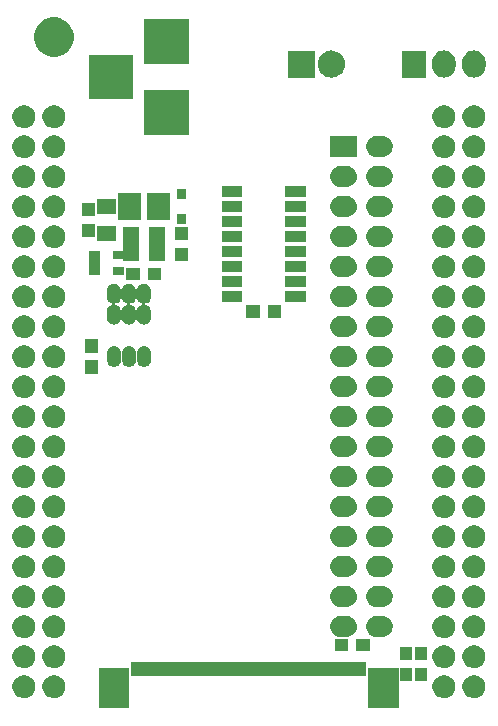
<source format=gbs>
G04 #@! TF.FileFunction,Soldermask,Bot*
%FSLAX46Y46*%
G04 Gerber Fmt 4.6, Leading zero omitted, Abs format (unit mm)*
G04 Created by KiCad (PCBNEW Rev-6964-Dev Build) date Fri Sep  2 16:35:00 2016*
%MOMM*%
%LPD*%
G01*
G04 APERTURE LIST*
%ADD10C,0.100000*%
G04 APERTURE END LIST*
D10*
G36*
X107927000Y-100887000D02*
X105373000Y-100887000D01*
X105373000Y-97533000D01*
X107927000Y-97533000D01*
X107927000Y-100887000D01*
X107927000Y-100887000D01*
G37*
G36*
X85127000Y-100887000D02*
X82573000Y-100887000D01*
X82573000Y-97533000D01*
X85127000Y-97533000D01*
X85127000Y-100887000D01*
X85127000Y-100887000D01*
G37*
G36*
X78841383Y-98095441D02*
X79026795Y-98133501D01*
X79201297Y-98206855D01*
X79358221Y-98312702D01*
X79491598Y-98447012D01*
X79596345Y-98604671D01*
X79668477Y-98779674D01*
X79705174Y-98965008D01*
X79705174Y-98965018D01*
X79705241Y-98965357D01*
X79702222Y-99181557D01*
X79702146Y-99181891D01*
X79702146Y-99181904D01*
X79660288Y-99366142D01*
X79583300Y-99539059D01*
X79474188Y-99693735D01*
X79337113Y-99824270D01*
X79177294Y-99925694D01*
X79000816Y-99994145D01*
X78814410Y-100027014D01*
X78625162Y-100023049D01*
X78440293Y-99982404D01*
X78266836Y-99906622D01*
X78111408Y-99798597D01*
X77979919Y-99662436D01*
X77877381Y-99503328D01*
X77807698Y-99327330D01*
X77773529Y-99141158D01*
X77776171Y-98951891D01*
X77815527Y-98766739D01*
X77890093Y-98592761D01*
X77997035Y-98436578D01*
X78132273Y-98304142D01*
X78290663Y-98200496D01*
X78466166Y-98129587D01*
X78652096Y-98094120D01*
X78841383Y-98095441D01*
X78841383Y-98095441D01*
G37*
G36*
X76301383Y-98095441D02*
X76486795Y-98133501D01*
X76661297Y-98206855D01*
X76818221Y-98312702D01*
X76951598Y-98447012D01*
X77056345Y-98604671D01*
X77128477Y-98779674D01*
X77165174Y-98965008D01*
X77165174Y-98965018D01*
X77165241Y-98965357D01*
X77162222Y-99181557D01*
X77162146Y-99181891D01*
X77162146Y-99181904D01*
X77120288Y-99366142D01*
X77043300Y-99539059D01*
X76934188Y-99693735D01*
X76797113Y-99824270D01*
X76637294Y-99925694D01*
X76460816Y-99994145D01*
X76274410Y-100027014D01*
X76085162Y-100023049D01*
X75900293Y-99982404D01*
X75726836Y-99906622D01*
X75571408Y-99798597D01*
X75439919Y-99662436D01*
X75337381Y-99503328D01*
X75267698Y-99327330D01*
X75233529Y-99141158D01*
X75236171Y-98951891D01*
X75275527Y-98766739D01*
X75350093Y-98592761D01*
X75457035Y-98436578D01*
X75592273Y-98304142D01*
X75750663Y-98200496D01*
X75926166Y-98129587D01*
X76112096Y-98094120D01*
X76301383Y-98095441D01*
X76301383Y-98095441D01*
G37*
G36*
X114401383Y-98095441D02*
X114586795Y-98133501D01*
X114761297Y-98206855D01*
X114918221Y-98312702D01*
X115051598Y-98447012D01*
X115156345Y-98604671D01*
X115228477Y-98779674D01*
X115265174Y-98965008D01*
X115265174Y-98965018D01*
X115265241Y-98965357D01*
X115262222Y-99181557D01*
X115262146Y-99181891D01*
X115262146Y-99181904D01*
X115220288Y-99366142D01*
X115143300Y-99539059D01*
X115034188Y-99693735D01*
X114897113Y-99824270D01*
X114737294Y-99925694D01*
X114560816Y-99994145D01*
X114374410Y-100027014D01*
X114185162Y-100023049D01*
X114000293Y-99982404D01*
X113826836Y-99906622D01*
X113671408Y-99798597D01*
X113539919Y-99662436D01*
X113437381Y-99503328D01*
X113367698Y-99327330D01*
X113333529Y-99141158D01*
X113336171Y-98951891D01*
X113375527Y-98766739D01*
X113450093Y-98592761D01*
X113557035Y-98436578D01*
X113692273Y-98304142D01*
X113850663Y-98200496D01*
X114026166Y-98129587D01*
X114212096Y-98094120D01*
X114401383Y-98095441D01*
X114401383Y-98095441D01*
G37*
G36*
X111861383Y-98095441D02*
X112046795Y-98133501D01*
X112221297Y-98206855D01*
X112378221Y-98312702D01*
X112511598Y-98447012D01*
X112616345Y-98604671D01*
X112688477Y-98779674D01*
X112725174Y-98965008D01*
X112725174Y-98965018D01*
X112725241Y-98965357D01*
X112722222Y-99181557D01*
X112722146Y-99181891D01*
X112722146Y-99181904D01*
X112680288Y-99366142D01*
X112603300Y-99539059D01*
X112494188Y-99693735D01*
X112357113Y-99824270D01*
X112197294Y-99925694D01*
X112020816Y-99994145D01*
X111834410Y-100027014D01*
X111645162Y-100023049D01*
X111460293Y-99982404D01*
X111286836Y-99906622D01*
X111131408Y-99798597D01*
X110999919Y-99662436D01*
X110897381Y-99503328D01*
X110827698Y-99327330D01*
X110793529Y-99141158D01*
X110796171Y-98951891D01*
X110835527Y-98766739D01*
X110910093Y-98592761D01*
X111017035Y-98436578D01*
X111152273Y-98304142D01*
X111310663Y-98200496D01*
X111486166Y-98129587D01*
X111672096Y-98094120D01*
X111861383Y-98095441D01*
X111861383Y-98095441D01*
G37*
G36*
X110337000Y-98632000D02*
X109283000Y-98632000D01*
X109283000Y-97478000D01*
X110337000Y-97478000D01*
X110337000Y-98632000D01*
X110337000Y-98632000D01*
G37*
G36*
X109087000Y-98632000D02*
X108033000Y-98632000D01*
X108033000Y-97478000D01*
X109087000Y-97478000D01*
X109087000Y-98632000D01*
X109087000Y-98632000D01*
G37*
G36*
X105200800Y-98160800D02*
X85299200Y-98160800D01*
X85299200Y-96959200D01*
X105200800Y-96959200D01*
X105200800Y-98160800D01*
X105200800Y-98160800D01*
G37*
G36*
X76301383Y-95555441D02*
X76486795Y-95593501D01*
X76661297Y-95666855D01*
X76818221Y-95772702D01*
X76951598Y-95907012D01*
X77056345Y-96064671D01*
X77128477Y-96239674D01*
X77165174Y-96425008D01*
X77165174Y-96425018D01*
X77165241Y-96425357D01*
X77162222Y-96641557D01*
X77162146Y-96641891D01*
X77162146Y-96641904D01*
X77120288Y-96826142D01*
X77043300Y-96999059D01*
X76934188Y-97153735D01*
X76797113Y-97284270D01*
X76637294Y-97385694D01*
X76460816Y-97454145D01*
X76274410Y-97487014D01*
X76085162Y-97483049D01*
X75900293Y-97442404D01*
X75726836Y-97366622D01*
X75571408Y-97258597D01*
X75439919Y-97122436D01*
X75337381Y-96963328D01*
X75267698Y-96787330D01*
X75233529Y-96601158D01*
X75236171Y-96411891D01*
X75275527Y-96226739D01*
X75350093Y-96052761D01*
X75457035Y-95896578D01*
X75592273Y-95764142D01*
X75750663Y-95660496D01*
X75926166Y-95589587D01*
X76112096Y-95554120D01*
X76301383Y-95555441D01*
X76301383Y-95555441D01*
G37*
G36*
X114401383Y-95555441D02*
X114586795Y-95593501D01*
X114761297Y-95666855D01*
X114918221Y-95772702D01*
X115051598Y-95907012D01*
X115156345Y-96064671D01*
X115228477Y-96239674D01*
X115265174Y-96425008D01*
X115265174Y-96425018D01*
X115265241Y-96425357D01*
X115262222Y-96641557D01*
X115262146Y-96641891D01*
X115262146Y-96641904D01*
X115220288Y-96826142D01*
X115143300Y-96999059D01*
X115034188Y-97153735D01*
X114897113Y-97284270D01*
X114737294Y-97385694D01*
X114560816Y-97454145D01*
X114374410Y-97487014D01*
X114185162Y-97483049D01*
X114000293Y-97442404D01*
X113826836Y-97366622D01*
X113671408Y-97258597D01*
X113539919Y-97122436D01*
X113437381Y-96963328D01*
X113367698Y-96787330D01*
X113333529Y-96601158D01*
X113336171Y-96411891D01*
X113375527Y-96226739D01*
X113450093Y-96052761D01*
X113557035Y-95896578D01*
X113692273Y-95764142D01*
X113850663Y-95660496D01*
X114026166Y-95589587D01*
X114212096Y-95554120D01*
X114401383Y-95555441D01*
X114401383Y-95555441D01*
G37*
G36*
X111861383Y-95555441D02*
X112046795Y-95593501D01*
X112221297Y-95666855D01*
X112378221Y-95772702D01*
X112511598Y-95907012D01*
X112616345Y-96064671D01*
X112688477Y-96239674D01*
X112725174Y-96425008D01*
X112725174Y-96425018D01*
X112725241Y-96425357D01*
X112722222Y-96641557D01*
X112722146Y-96641891D01*
X112722146Y-96641904D01*
X112680288Y-96826142D01*
X112603300Y-96999059D01*
X112494188Y-97153735D01*
X112357113Y-97284270D01*
X112197294Y-97385694D01*
X112020816Y-97454145D01*
X111834410Y-97487014D01*
X111645162Y-97483049D01*
X111460293Y-97442404D01*
X111286836Y-97366622D01*
X111131408Y-97258597D01*
X110999919Y-97122436D01*
X110897381Y-96963328D01*
X110827698Y-96787330D01*
X110793529Y-96601158D01*
X110796171Y-96411891D01*
X110835527Y-96226739D01*
X110910093Y-96052761D01*
X111017035Y-95896578D01*
X111152273Y-95764142D01*
X111310663Y-95660496D01*
X111486166Y-95589587D01*
X111672096Y-95554120D01*
X111861383Y-95555441D01*
X111861383Y-95555441D01*
G37*
G36*
X78841383Y-95555441D02*
X79026795Y-95593501D01*
X79201297Y-95666855D01*
X79358221Y-95772702D01*
X79491598Y-95907012D01*
X79596345Y-96064671D01*
X79668477Y-96239674D01*
X79705174Y-96425008D01*
X79705174Y-96425018D01*
X79705241Y-96425357D01*
X79702222Y-96641557D01*
X79702146Y-96641891D01*
X79702146Y-96641904D01*
X79660288Y-96826142D01*
X79583300Y-96999059D01*
X79474188Y-97153735D01*
X79337113Y-97284270D01*
X79177294Y-97385694D01*
X79000816Y-97454145D01*
X78814410Y-97487014D01*
X78625162Y-97483049D01*
X78440293Y-97442404D01*
X78266836Y-97366622D01*
X78111408Y-97258597D01*
X77979919Y-97122436D01*
X77877381Y-96963328D01*
X77807698Y-96787330D01*
X77773529Y-96601158D01*
X77776171Y-96411891D01*
X77815527Y-96226739D01*
X77890093Y-96052761D01*
X77997035Y-95896578D01*
X78132273Y-95764142D01*
X78290663Y-95660496D01*
X78466166Y-95589587D01*
X78652096Y-95554120D01*
X78841383Y-95555441D01*
X78841383Y-95555441D01*
G37*
G36*
X110337000Y-96832000D02*
X109283000Y-96832000D01*
X109283000Y-95678000D01*
X110337000Y-95678000D01*
X110337000Y-96832000D01*
X110337000Y-96832000D01*
G37*
G36*
X109087000Y-96832000D02*
X108033000Y-96832000D01*
X108033000Y-95678000D01*
X109087000Y-95678000D01*
X109087000Y-96832000D01*
X109087000Y-96832000D01*
G37*
G36*
X105477000Y-96087000D02*
X104323000Y-96087000D01*
X104323000Y-95033000D01*
X105477000Y-95033000D01*
X105477000Y-96087000D01*
X105477000Y-96087000D01*
G37*
G36*
X103677000Y-96087000D02*
X102523000Y-96087000D01*
X102523000Y-95033000D01*
X103677000Y-95033000D01*
X103677000Y-96087000D01*
X103677000Y-96087000D01*
G37*
G36*
X114401383Y-93015441D02*
X114586795Y-93053501D01*
X114761297Y-93126855D01*
X114918221Y-93232702D01*
X115051598Y-93367012D01*
X115156345Y-93524671D01*
X115228477Y-93699674D01*
X115265174Y-93885008D01*
X115265174Y-93885018D01*
X115265241Y-93885357D01*
X115262222Y-94101557D01*
X115262146Y-94101891D01*
X115262146Y-94101904D01*
X115220288Y-94286142D01*
X115143300Y-94459059D01*
X115034188Y-94613735D01*
X114897113Y-94744270D01*
X114737294Y-94845694D01*
X114560816Y-94914145D01*
X114374410Y-94947014D01*
X114185162Y-94943049D01*
X114000293Y-94902404D01*
X113826836Y-94826622D01*
X113671408Y-94718597D01*
X113539919Y-94582436D01*
X113437381Y-94423328D01*
X113367698Y-94247330D01*
X113333529Y-94061158D01*
X113336171Y-93871891D01*
X113375527Y-93686739D01*
X113450093Y-93512761D01*
X113557035Y-93356578D01*
X113692273Y-93224142D01*
X113850663Y-93120496D01*
X114026166Y-93049587D01*
X114212096Y-93014120D01*
X114401383Y-93015441D01*
X114401383Y-93015441D01*
G37*
G36*
X111861383Y-93015441D02*
X112046795Y-93053501D01*
X112221297Y-93126855D01*
X112378221Y-93232702D01*
X112511598Y-93367012D01*
X112616345Y-93524671D01*
X112688477Y-93699674D01*
X112725174Y-93885008D01*
X112725174Y-93885018D01*
X112725241Y-93885357D01*
X112722222Y-94101557D01*
X112722146Y-94101891D01*
X112722146Y-94101904D01*
X112680288Y-94286142D01*
X112603300Y-94459059D01*
X112494188Y-94613735D01*
X112357113Y-94744270D01*
X112197294Y-94845694D01*
X112020816Y-94914145D01*
X111834410Y-94947014D01*
X111645162Y-94943049D01*
X111460293Y-94902404D01*
X111286836Y-94826622D01*
X111131408Y-94718597D01*
X110999919Y-94582436D01*
X110897381Y-94423328D01*
X110827698Y-94247330D01*
X110793529Y-94061158D01*
X110796171Y-93871891D01*
X110835527Y-93686739D01*
X110910093Y-93512761D01*
X111017035Y-93356578D01*
X111152273Y-93224142D01*
X111310663Y-93120496D01*
X111486166Y-93049587D01*
X111672096Y-93014120D01*
X111861383Y-93015441D01*
X111861383Y-93015441D01*
G37*
G36*
X78841383Y-93015441D02*
X79026795Y-93053501D01*
X79201297Y-93126855D01*
X79358221Y-93232702D01*
X79491598Y-93367012D01*
X79596345Y-93524671D01*
X79668477Y-93699674D01*
X79705174Y-93885008D01*
X79705174Y-93885018D01*
X79705241Y-93885357D01*
X79702222Y-94101557D01*
X79702146Y-94101891D01*
X79702146Y-94101904D01*
X79660288Y-94286142D01*
X79583300Y-94459059D01*
X79474188Y-94613735D01*
X79337113Y-94744270D01*
X79177294Y-94845694D01*
X79000816Y-94914145D01*
X78814410Y-94947014D01*
X78625162Y-94943049D01*
X78440293Y-94902404D01*
X78266836Y-94826622D01*
X78111408Y-94718597D01*
X77979919Y-94582436D01*
X77877381Y-94423328D01*
X77807698Y-94247330D01*
X77773529Y-94061158D01*
X77776171Y-93871891D01*
X77815527Y-93686739D01*
X77890093Y-93512761D01*
X77997035Y-93356578D01*
X78132273Y-93224142D01*
X78290663Y-93120496D01*
X78466166Y-93049587D01*
X78652096Y-93014120D01*
X78841383Y-93015441D01*
X78841383Y-93015441D01*
G37*
G36*
X76301383Y-93015441D02*
X76486795Y-93053501D01*
X76661297Y-93126855D01*
X76818221Y-93232702D01*
X76951598Y-93367012D01*
X77056345Y-93524671D01*
X77128477Y-93699674D01*
X77165174Y-93885008D01*
X77165174Y-93885018D01*
X77165241Y-93885357D01*
X77162222Y-94101557D01*
X77162146Y-94101891D01*
X77162146Y-94101904D01*
X77120288Y-94286142D01*
X77043300Y-94459059D01*
X76934188Y-94613735D01*
X76797113Y-94744270D01*
X76637294Y-94845694D01*
X76460816Y-94914145D01*
X76274410Y-94947014D01*
X76085162Y-94943049D01*
X75900293Y-94902404D01*
X75726836Y-94826622D01*
X75571408Y-94718597D01*
X75439919Y-94582436D01*
X75337381Y-94423328D01*
X75267698Y-94247330D01*
X75233529Y-94061158D01*
X75236171Y-93871891D01*
X75275527Y-93686739D01*
X75350093Y-93512761D01*
X75457035Y-93356578D01*
X75592273Y-93224142D01*
X75750663Y-93120496D01*
X75926166Y-93049587D01*
X76112096Y-93014120D01*
X76301383Y-93015441D01*
X76301383Y-93015441D01*
G37*
G36*
X106555421Y-93103034D02*
X106562698Y-93103085D01*
X106732792Y-93122165D01*
X106895940Y-93173918D01*
X107045929Y-93256375D01*
X107177046Y-93366395D01*
X107284295Y-93499787D01*
X107363593Y-93651470D01*
X107411919Y-93815667D01*
X107411922Y-93815703D01*
X107411925Y-93815712D01*
X107427433Y-93986120D01*
X107409547Y-94156298D01*
X107409544Y-94156308D01*
X107409540Y-94156345D01*
X107358927Y-94319851D01*
X107277519Y-94470412D01*
X107168417Y-94602294D01*
X107035777Y-94710472D01*
X106884652Y-94790827D01*
X106720797Y-94840298D01*
X106550453Y-94857000D01*
X106039510Y-94857000D01*
X106034579Y-94856966D01*
X106027302Y-94856915D01*
X105857208Y-94837835D01*
X105694060Y-94786082D01*
X105544071Y-94703625D01*
X105412954Y-94593605D01*
X105305705Y-94460213D01*
X105226407Y-94308530D01*
X105178081Y-94144333D01*
X105178078Y-94144297D01*
X105178075Y-94144288D01*
X105162567Y-93973880D01*
X105180453Y-93803702D01*
X105180456Y-93803692D01*
X105180460Y-93803655D01*
X105231073Y-93640149D01*
X105312481Y-93489588D01*
X105421583Y-93357706D01*
X105554223Y-93249528D01*
X105705348Y-93169173D01*
X105869203Y-93119702D01*
X106039547Y-93103000D01*
X106550490Y-93103000D01*
X106555421Y-93103034D01*
X106555421Y-93103034D01*
G37*
G36*
X103515421Y-93103034D02*
X103522698Y-93103085D01*
X103692792Y-93122165D01*
X103855940Y-93173918D01*
X104005929Y-93256375D01*
X104137046Y-93366395D01*
X104244295Y-93499787D01*
X104323593Y-93651470D01*
X104371919Y-93815667D01*
X104371922Y-93815703D01*
X104371925Y-93815712D01*
X104387433Y-93986120D01*
X104369547Y-94156298D01*
X104369544Y-94156308D01*
X104369540Y-94156345D01*
X104318927Y-94319851D01*
X104237519Y-94470412D01*
X104128417Y-94602294D01*
X103995777Y-94710472D01*
X103844652Y-94790827D01*
X103680797Y-94840298D01*
X103510453Y-94857000D01*
X102999510Y-94857000D01*
X102994579Y-94856966D01*
X102987302Y-94856915D01*
X102817208Y-94837835D01*
X102654060Y-94786082D01*
X102504071Y-94703625D01*
X102372954Y-94593605D01*
X102265705Y-94460213D01*
X102186407Y-94308530D01*
X102138081Y-94144333D01*
X102138078Y-94144297D01*
X102138075Y-94144288D01*
X102122567Y-93973880D01*
X102140453Y-93803702D01*
X102140456Y-93803692D01*
X102140460Y-93803655D01*
X102191073Y-93640149D01*
X102272481Y-93489588D01*
X102381583Y-93357706D01*
X102514223Y-93249528D01*
X102665348Y-93169173D01*
X102829203Y-93119702D01*
X102999547Y-93103000D01*
X103510490Y-93103000D01*
X103515421Y-93103034D01*
X103515421Y-93103034D01*
G37*
G36*
X114401383Y-90475441D02*
X114586795Y-90513501D01*
X114761297Y-90586855D01*
X114918221Y-90692702D01*
X115051598Y-90827012D01*
X115156345Y-90984671D01*
X115228477Y-91159674D01*
X115265174Y-91345008D01*
X115265174Y-91345018D01*
X115265241Y-91345357D01*
X115262222Y-91561557D01*
X115262146Y-91561891D01*
X115262146Y-91561904D01*
X115220288Y-91746142D01*
X115143300Y-91919059D01*
X115034188Y-92073735D01*
X114897113Y-92204270D01*
X114737294Y-92305694D01*
X114560816Y-92374145D01*
X114374410Y-92407014D01*
X114185162Y-92403049D01*
X114000293Y-92362404D01*
X113826836Y-92286622D01*
X113671408Y-92178597D01*
X113539919Y-92042436D01*
X113437381Y-91883328D01*
X113367698Y-91707330D01*
X113333529Y-91521158D01*
X113336171Y-91331891D01*
X113375527Y-91146739D01*
X113450093Y-90972761D01*
X113557035Y-90816578D01*
X113692273Y-90684142D01*
X113850663Y-90580496D01*
X114026166Y-90509587D01*
X114212096Y-90474120D01*
X114401383Y-90475441D01*
X114401383Y-90475441D01*
G37*
G36*
X78841383Y-90475441D02*
X79026795Y-90513501D01*
X79201297Y-90586855D01*
X79358221Y-90692702D01*
X79491598Y-90827012D01*
X79596345Y-90984671D01*
X79668477Y-91159674D01*
X79705174Y-91345008D01*
X79705174Y-91345018D01*
X79705241Y-91345357D01*
X79702222Y-91561557D01*
X79702146Y-91561891D01*
X79702146Y-91561904D01*
X79660288Y-91746142D01*
X79583300Y-91919059D01*
X79474188Y-92073735D01*
X79337113Y-92204270D01*
X79177294Y-92305694D01*
X79000816Y-92374145D01*
X78814410Y-92407014D01*
X78625162Y-92403049D01*
X78440293Y-92362404D01*
X78266836Y-92286622D01*
X78111408Y-92178597D01*
X77979919Y-92042436D01*
X77877381Y-91883328D01*
X77807698Y-91707330D01*
X77773529Y-91521158D01*
X77776171Y-91331891D01*
X77815527Y-91146739D01*
X77890093Y-90972761D01*
X77997035Y-90816578D01*
X78132273Y-90684142D01*
X78290663Y-90580496D01*
X78466166Y-90509587D01*
X78652096Y-90474120D01*
X78841383Y-90475441D01*
X78841383Y-90475441D01*
G37*
G36*
X111861383Y-90475441D02*
X112046795Y-90513501D01*
X112221297Y-90586855D01*
X112378221Y-90692702D01*
X112511598Y-90827012D01*
X112616345Y-90984671D01*
X112688477Y-91159674D01*
X112725174Y-91345008D01*
X112725174Y-91345018D01*
X112725241Y-91345357D01*
X112722222Y-91561557D01*
X112722146Y-91561891D01*
X112722146Y-91561904D01*
X112680288Y-91746142D01*
X112603300Y-91919059D01*
X112494188Y-92073735D01*
X112357113Y-92204270D01*
X112197294Y-92305694D01*
X112020816Y-92374145D01*
X111834410Y-92407014D01*
X111645162Y-92403049D01*
X111460293Y-92362404D01*
X111286836Y-92286622D01*
X111131408Y-92178597D01*
X110999919Y-92042436D01*
X110897381Y-91883328D01*
X110827698Y-91707330D01*
X110793529Y-91521158D01*
X110796171Y-91331891D01*
X110835527Y-91146739D01*
X110910093Y-90972761D01*
X111017035Y-90816578D01*
X111152273Y-90684142D01*
X111310663Y-90580496D01*
X111486166Y-90509587D01*
X111672096Y-90474120D01*
X111861383Y-90475441D01*
X111861383Y-90475441D01*
G37*
G36*
X76301383Y-90475441D02*
X76486795Y-90513501D01*
X76661297Y-90586855D01*
X76818221Y-90692702D01*
X76951598Y-90827012D01*
X77056345Y-90984671D01*
X77128477Y-91159674D01*
X77165174Y-91345008D01*
X77165174Y-91345018D01*
X77165241Y-91345357D01*
X77162222Y-91561557D01*
X77162146Y-91561891D01*
X77162146Y-91561904D01*
X77120288Y-91746142D01*
X77043300Y-91919059D01*
X76934188Y-92073735D01*
X76797113Y-92204270D01*
X76637294Y-92305694D01*
X76460816Y-92374145D01*
X76274410Y-92407014D01*
X76085162Y-92403049D01*
X75900293Y-92362404D01*
X75726836Y-92286622D01*
X75571408Y-92178597D01*
X75439919Y-92042436D01*
X75337381Y-91883328D01*
X75267698Y-91707330D01*
X75233529Y-91521158D01*
X75236171Y-91331891D01*
X75275527Y-91146739D01*
X75350093Y-90972761D01*
X75457035Y-90816578D01*
X75592273Y-90684142D01*
X75750663Y-90580496D01*
X75926166Y-90509587D01*
X76112096Y-90474120D01*
X76301383Y-90475441D01*
X76301383Y-90475441D01*
G37*
G36*
X106555421Y-90563034D02*
X106562698Y-90563085D01*
X106732792Y-90582165D01*
X106895940Y-90633918D01*
X107045929Y-90716375D01*
X107177046Y-90826395D01*
X107284295Y-90959787D01*
X107363593Y-91111470D01*
X107411919Y-91275667D01*
X107411922Y-91275703D01*
X107411925Y-91275712D01*
X107427433Y-91446120D01*
X107409547Y-91616298D01*
X107409544Y-91616308D01*
X107409540Y-91616345D01*
X107358927Y-91779851D01*
X107277519Y-91930412D01*
X107168417Y-92062294D01*
X107035777Y-92170472D01*
X106884652Y-92250827D01*
X106720797Y-92300298D01*
X106550453Y-92317000D01*
X106039510Y-92317000D01*
X106034579Y-92316966D01*
X106027302Y-92316915D01*
X105857208Y-92297835D01*
X105694060Y-92246082D01*
X105544071Y-92163625D01*
X105412954Y-92053605D01*
X105305705Y-91920213D01*
X105226407Y-91768530D01*
X105178081Y-91604333D01*
X105178078Y-91604297D01*
X105178075Y-91604288D01*
X105162567Y-91433880D01*
X105180453Y-91263702D01*
X105180456Y-91263692D01*
X105180460Y-91263655D01*
X105231073Y-91100149D01*
X105312481Y-90949588D01*
X105421583Y-90817706D01*
X105554223Y-90709528D01*
X105705348Y-90629173D01*
X105869203Y-90579702D01*
X106039547Y-90563000D01*
X106550490Y-90563000D01*
X106555421Y-90563034D01*
X106555421Y-90563034D01*
G37*
G36*
X103515421Y-90563034D02*
X103522698Y-90563085D01*
X103692792Y-90582165D01*
X103855940Y-90633918D01*
X104005929Y-90716375D01*
X104137046Y-90826395D01*
X104244295Y-90959787D01*
X104323593Y-91111470D01*
X104371919Y-91275667D01*
X104371922Y-91275703D01*
X104371925Y-91275712D01*
X104387433Y-91446120D01*
X104369547Y-91616298D01*
X104369544Y-91616308D01*
X104369540Y-91616345D01*
X104318927Y-91779851D01*
X104237519Y-91930412D01*
X104128417Y-92062294D01*
X103995777Y-92170472D01*
X103844652Y-92250827D01*
X103680797Y-92300298D01*
X103510453Y-92317000D01*
X102999510Y-92317000D01*
X102994579Y-92316966D01*
X102987302Y-92316915D01*
X102817208Y-92297835D01*
X102654060Y-92246082D01*
X102504071Y-92163625D01*
X102372954Y-92053605D01*
X102265705Y-91920213D01*
X102186407Y-91768530D01*
X102138081Y-91604333D01*
X102138078Y-91604297D01*
X102138075Y-91604288D01*
X102122567Y-91433880D01*
X102140453Y-91263702D01*
X102140456Y-91263692D01*
X102140460Y-91263655D01*
X102191073Y-91100149D01*
X102272481Y-90949588D01*
X102381583Y-90817706D01*
X102514223Y-90709528D01*
X102665348Y-90629173D01*
X102829203Y-90579702D01*
X102999547Y-90563000D01*
X103510490Y-90563000D01*
X103515421Y-90563034D01*
X103515421Y-90563034D01*
G37*
G36*
X78841383Y-87935441D02*
X79026795Y-87973501D01*
X79201297Y-88046855D01*
X79358221Y-88152702D01*
X79491598Y-88287012D01*
X79596345Y-88444671D01*
X79668477Y-88619674D01*
X79705174Y-88805008D01*
X79705174Y-88805018D01*
X79705241Y-88805357D01*
X79702222Y-89021557D01*
X79702146Y-89021891D01*
X79702146Y-89021904D01*
X79660288Y-89206142D01*
X79583300Y-89379059D01*
X79474188Y-89533735D01*
X79337113Y-89664270D01*
X79177294Y-89765694D01*
X79000816Y-89834145D01*
X78814410Y-89867014D01*
X78625162Y-89863049D01*
X78440293Y-89822404D01*
X78266836Y-89746622D01*
X78111408Y-89638597D01*
X77979919Y-89502436D01*
X77877381Y-89343328D01*
X77807698Y-89167330D01*
X77773529Y-88981158D01*
X77776171Y-88791891D01*
X77815527Y-88606739D01*
X77890093Y-88432761D01*
X77997035Y-88276578D01*
X78132273Y-88144142D01*
X78290663Y-88040496D01*
X78466166Y-87969587D01*
X78652096Y-87934120D01*
X78841383Y-87935441D01*
X78841383Y-87935441D01*
G37*
G36*
X114401383Y-87935441D02*
X114586795Y-87973501D01*
X114761297Y-88046855D01*
X114918221Y-88152702D01*
X115051598Y-88287012D01*
X115156345Y-88444671D01*
X115228477Y-88619674D01*
X115265174Y-88805008D01*
X115265174Y-88805018D01*
X115265241Y-88805357D01*
X115262222Y-89021557D01*
X115262146Y-89021891D01*
X115262146Y-89021904D01*
X115220288Y-89206142D01*
X115143300Y-89379059D01*
X115034188Y-89533735D01*
X114897113Y-89664270D01*
X114737294Y-89765694D01*
X114560816Y-89834145D01*
X114374410Y-89867014D01*
X114185162Y-89863049D01*
X114000293Y-89822404D01*
X113826836Y-89746622D01*
X113671408Y-89638597D01*
X113539919Y-89502436D01*
X113437381Y-89343328D01*
X113367698Y-89167330D01*
X113333529Y-88981158D01*
X113336171Y-88791891D01*
X113375527Y-88606739D01*
X113450093Y-88432761D01*
X113557035Y-88276578D01*
X113692273Y-88144142D01*
X113850663Y-88040496D01*
X114026166Y-87969587D01*
X114212096Y-87934120D01*
X114401383Y-87935441D01*
X114401383Y-87935441D01*
G37*
G36*
X76301383Y-87935441D02*
X76486795Y-87973501D01*
X76661297Y-88046855D01*
X76818221Y-88152702D01*
X76951598Y-88287012D01*
X77056345Y-88444671D01*
X77128477Y-88619674D01*
X77165174Y-88805008D01*
X77165174Y-88805018D01*
X77165241Y-88805357D01*
X77162222Y-89021557D01*
X77162146Y-89021891D01*
X77162146Y-89021904D01*
X77120288Y-89206142D01*
X77043300Y-89379059D01*
X76934188Y-89533735D01*
X76797113Y-89664270D01*
X76637294Y-89765694D01*
X76460816Y-89834145D01*
X76274410Y-89867014D01*
X76085162Y-89863049D01*
X75900293Y-89822404D01*
X75726836Y-89746622D01*
X75571408Y-89638597D01*
X75439919Y-89502436D01*
X75337381Y-89343328D01*
X75267698Y-89167330D01*
X75233529Y-88981158D01*
X75236171Y-88791891D01*
X75275527Y-88606739D01*
X75350093Y-88432761D01*
X75457035Y-88276578D01*
X75592273Y-88144142D01*
X75750663Y-88040496D01*
X75926166Y-87969587D01*
X76112096Y-87934120D01*
X76301383Y-87935441D01*
X76301383Y-87935441D01*
G37*
G36*
X111861383Y-87935441D02*
X112046795Y-87973501D01*
X112221297Y-88046855D01*
X112378221Y-88152702D01*
X112511598Y-88287012D01*
X112616345Y-88444671D01*
X112688477Y-88619674D01*
X112725174Y-88805008D01*
X112725174Y-88805018D01*
X112725241Y-88805357D01*
X112722222Y-89021557D01*
X112722146Y-89021891D01*
X112722146Y-89021904D01*
X112680288Y-89206142D01*
X112603300Y-89379059D01*
X112494188Y-89533735D01*
X112357113Y-89664270D01*
X112197294Y-89765694D01*
X112020816Y-89834145D01*
X111834410Y-89867014D01*
X111645162Y-89863049D01*
X111460293Y-89822404D01*
X111286836Y-89746622D01*
X111131408Y-89638597D01*
X110999919Y-89502436D01*
X110897381Y-89343328D01*
X110827698Y-89167330D01*
X110793529Y-88981158D01*
X110796171Y-88791891D01*
X110835527Y-88606739D01*
X110910093Y-88432761D01*
X111017035Y-88276578D01*
X111152273Y-88144142D01*
X111310663Y-88040496D01*
X111486166Y-87969587D01*
X111672096Y-87934120D01*
X111861383Y-87935441D01*
X111861383Y-87935441D01*
G37*
G36*
X103515421Y-88023034D02*
X103522698Y-88023085D01*
X103692792Y-88042165D01*
X103855940Y-88093918D01*
X104005929Y-88176375D01*
X104137046Y-88286395D01*
X104244295Y-88419787D01*
X104323593Y-88571470D01*
X104371919Y-88735667D01*
X104371922Y-88735703D01*
X104371925Y-88735712D01*
X104387433Y-88906120D01*
X104369547Y-89076298D01*
X104369544Y-89076308D01*
X104369540Y-89076345D01*
X104318927Y-89239851D01*
X104237519Y-89390412D01*
X104128417Y-89522294D01*
X103995777Y-89630472D01*
X103844652Y-89710827D01*
X103680797Y-89760298D01*
X103510453Y-89777000D01*
X102999510Y-89777000D01*
X102994579Y-89776966D01*
X102987302Y-89776915D01*
X102817208Y-89757835D01*
X102654060Y-89706082D01*
X102504071Y-89623625D01*
X102372954Y-89513605D01*
X102265705Y-89380213D01*
X102186407Y-89228530D01*
X102138081Y-89064333D01*
X102138078Y-89064297D01*
X102138075Y-89064288D01*
X102122567Y-88893880D01*
X102140453Y-88723702D01*
X102140456Y-88723692D01*
X102140460Y-88723655D01*
X102191073Y-88560149D01*
X102272481Y-88409588D01*
X102381583Y-88277706D01*
X102514223Y-88169528D01*
X102665348Y-88089173D01*
X102829203Y-88039702D01*
X102999547Y-88023000D01*
X103510490Y-88023000D01*
X103515421Y-88023034D01*
X103515421Y-88023034D01*
G37*
G36*
X106555421Y-88023034D02*
X106562698Y-88023085D01*
X106732792Y-88042165D01*
X106895940Y-88093918D01*
X107045929Y-88176375D01*
X107177046Y-88286395D01*
X107284295Y-88419787D01*
X107363593Y-88571470D01*
X107411919Y-88735667D01*
X107411922Y-88735703D01*
X107411925Y-88735712D01*
X107427433Y-88906120D01*
X107409547Y-89076298D01*
X107409544Y-89076308D01*
X107409540Y-89076345D01*
X107358927Y-89239851D01*
X107277519Y-89390412D01*
X107168417Y-89522294D01*
X107035777Y-89630472D01*
X106884652Y-89710827D01*
X106720797Y-89760298D01*
X106550453Y-89777000D01*
X106039510Y-89777000D01*
X106034579Y-89776966D01*
X106027302Y-89776915D01*
X105857208Y-89757835D01*
X105694060Y-89706082D01*
X105544071Y-89623625D01*
X105412954Y-89513605D01*
X105305705Y-89380213D01*
X105226407Y-89228530D01*
X105178081Y-89064333D01*
X105178078Y-89064297D01*
X105178075Y-89064288D01*
X105162567Y-88893880D01*
X105180453Y-88723702D01*
X105180456Y-88723692D01*
X105180460Y-88723655D01*
X105231073Y-88560149D01*
X105312481Y-88409588D01*
X105421583Y-88277706D01*
X105554223Y-88169528D01*
X105705348Y-88089173D01*
X105869203Y-88039702D01*
X106039547Y-88023000D01*
X106550490Y-88023000D01*
X106555421Y-88023034D01*
X106555421Y-88023034D01*
G37*
G36*
X114401383Y-85395441D02*
X114586795Y-85433501D01*
X114761297Y-85506855D01*
X114918221Y-85612702D01*
X115051598Y-85747012D01*
X115156345Y-85904671D01*
X115228477Y-86079674D01*
X115265174Y-86265008D01*
X115265174Y-86265018D01*
X115265241Y-86265357D01*
X115262222Y-86481557D01*
X115262146Y-86481891D01*
X115262146Y-86481904D01*
X115220288Y-86666142D01*
X115143300Y-86839059D01*
X115034188Y-86993735D01*
X114897113Y-87124270D01*
X114737294Y-87225694D01*
X114560816Y-87294145D01*
X114374410Y-87327014D01*
X114185162Y-87323049D01*
X114000293Y-87282404D01*
X113826836Y-87206622D01*
X113671408Y-87098597D01*
X113539919Y-86962436D01*
X113437381Y-86803328D01*
X113367698Y-86627330D01*
X113333529Y-86441158D01*
X113336171Y-86251891D01*
X113375527Y-86066739D01*
X113450093Y-85892761D01*
X113557035Y-85736578D01*
X113692273Y-85604142D01*
X113850663Y-85500496D01*
X114026166Y-85429587D01*
X114212096Y-85394120D01*
X114401383Y-85395441D01*
X114401383Y-85395441D01*
G37*
G36*
X76301383Y-85395441D02*
X76486795Y-85433501D01*
X76661297Y-85506855D01*
X76818221Y-85612702D01*
X76951598Y-85747012D01*
X77056345Y-85904671D01*
X77128477Y-86079674D01*
X77165174Y-86265008D01*
X77165174Y-86265018D01*
X77165241Y-86265357D01*
X77162222Y-86481557D01*
X77162146Y-86481891D01*
X77162146Y-86481904D01*
X77120288Y-86666142D01*
X77043300Y-86839059D01*
X76934188Y-86993735D01*
X76797113Y-87124270D01*
X76637294Y-87225694D01*
X76460816Y-87294145D01*
X76274410Y-87327014D01*
X76085162Y-87323049D01*
X75900293Y-87282404D01*
X75726836Y-87206622D01*
X75571408Y-87098597D01*
X75439919Y-86962436D01*
X75337381Y-86803328D01*
X75267698Y-86627330D01*
X75233529Y-86441158D01*
X75236171Y-86251891D01*
X75275527Y-86066739D01*
X75350093Y-85892761D01*
X75457035Y-85736578D01*
X75592273Y-85604142D01*
X75750663Y-85500496D01*
X75926166Y-85429587D01*
X76112096Y-85394120D01*
X76301383Y-85395441D01*
X76301383Y-85395441D01*
G37*
G36*
X78841383Y-85395441D02*
X79026795Y-85433501D01*
X79201297Y-85506855D01*
X79358221Y-85612702D01*
X79491598Y-85747012D01*
X79596345Y-85904671D01*
X79668477Y-86079674D01*
X79705174Y-86265008D01*
X79705174Y-86265018D01*
X79705241Y-86265357D01*
X79702222Y-86481557D01*
X79702146Y-86481891D01*
X79702146Y-86481904D01*
X79660288Y-86666142D01*
X79583300Y-86839059D01*
X79474188Y-86993735D01*
X79337113Y-87124270D01*
X79177294Y-87225694D01*
X79000816Y-87294145D01*
X78814410Y-87327014D01*
X78625162Y-87323049D01*
X78440293Y-87282404D01*
X78266836Y-87206622D01*
X78111408Y-87098597D01*
X77979919Y-86962436D01*
X77877381Y-86803328D01*
X77807698Y-86627330D01*
X77773529Y-86441158D01*
X77776171Y-86251891D01*
X77815527Y-86066739D01*
X77890093Y-85892761D01*
X77997035Y-85736578D01*
X78132273Y-85604142D01*
X78290663Y-85500496D01*
X78466166Y-85429587D01*
X78652096Y-85394120D01*
X78841383Y-85395441D01*
X78841383Y-85395441D01*
G37*
G36*
X111861383Y-85395441D02*
X112046795Y-85433501D01*
X112221297Y-85506855D01*
X112378221Y-85612702D01*
X112511598Y-85747012D01*
X112616345Y-85904671D01*
X112688477Y-86079674D01*
X112725174Y-86265008D01*
X112725174Y-86265018D01*
X112725241Y-86265357D01*
X112722222Y-86481557D01*
X112722146Y-86481891D01*
X112722146Y-86481904D01*
X112680288Y-86666142D01*
X112603300Y-86839059D01*
X112494188Y-86993735D01*
X112357113Y-87124270D01*
X112197294Y-87225694D01*
X112020816Y-87294145D01*
X111834410Y-87327014D01*
X111645162Y-87323049D01*
X111460293Y-87282404D01*
X111286836Y-87206622D01*
X111131408Y-87098597D01*
X110999919Y-86962436D01*
X110897381Y-86803328D01*
X110827698Y-86627330D01*
X110793529Y-86441158D01*
X110796171Y-86251891D01*
X110835527Y-86066739D01*
X110910093Y-85892761D01*
X111017035Y-85736578D01*
X111152273Y-85604142D01*
X111310663Y-85500496D01*
X111486166Y-85429587D01*
X111672096Y-85394120D01*
X111861383Y-85395441D01*
X111861383Y-85395441D01*
G37*
G36*
X103515421Y-85483034D02*
X103522698Y-85483085D01*
X103692792Y-85502165D01*
X103855940Y-85553918D01*
X104005929Y-85636375D01*
X104137046Y-85746395D01*
X104244295Y-85879787D01*
X104323593Y-86031470D01*
X104371919Y-86195667D01*
X104371922Y-86195703D01*
X104371925Y-86195712D01*
X104387433Y-86366120D01*
X104369547Y-86536298D01*
X104369544Y-86536308D01*
X104369540Y-86536345D01*
X104318927Y-86699851D01*
X104237519Y-86850412D01*
X104128417Y-86982294D01*
X103995777Y-87090472D01*
X103844652Y-87170827D01*
X103680797Y-87220298D01*
X103510453Y-87237000D01*
X102999510Y-87237000D01*
X102994579Y-87236966D01*
X102987302Y-87236915D01*
X102817208Y-87217835D01*
X102654060Y-87166082D01*
X102504071Y-87083625D01*
X102372954Y-86973605D01*
X102265705Y-86840213D01*
X102186407Y-86688530D01*
X102138081Y-86524333D01*
X102138078Y-86524297D01*
X102138075Y-86524288D01*
X102122567Y-86353880D01*
X102140453Y-86183702D01*
X102140456Y-86183692D01*
X102140460Y-86183655D01*
X102191073Y-86020149D01*
X102272481Y-85869588D01*
X102381583Y-85737706D01*
X102514223Y-85629528D01*
X102665348Y-85549173D01*
X102829203Y-85499702D01*
X102999547Y-85483000D01*
X103510490Y-85483000D01*
X103515421Y-85483034D01*
X103515421Y-85483034D01*
G37*
G36*
X106555421Y-85483034D02*
X106562698Y-85483085D01*
X106732792Y-85502165D01*
X106895940Y-85553918D01*
X107045929Y-85636375D01*
X107177046Y-85746395D01*
X107284295Y-85879787D01*
X107363593Y-86031470D01*
X107411919Y-86195667D01*
X107411922Y-86195703D01*
X107411925Y-86195712D01*
X107427433Y-86366120D01*
X107409547Y-86536298D01*
X107409544Y-86536308D01*
X107409540Y-86536345D01*
X107358927Y-86699851D01*
X107277519Y-86850412D01*
X107168417Y-86982294D01*
X107035777Y-87090472D01*
X106884652Y-87170827D01*
X106720797Y-87220298D01*
X106550453Y-87237000D01*
X106039510Y-87237000D01*
X106034579Y-87236966D01*
X106027302Y-87236915D01*
X105857208Y-87217835D01*
X105694060Y-87166082D01*
X105544071Y-87083625D01*
X105412954Y-86973605D01*
X105305705Y-86840213D01*
X105226407Y-86688530D01*
X105178081Y-86524333D01*
X105178078Y-86524297D01*
X105178075Y-86524288D01*
X105162567Y-86353880D01*
X105180453Y-86183702D01*
X105180456Y-86183692D01*
X105180460Y-86183655D01*
X105231073Y-86020149D01*
X105312481Y-85869588D01*
X105421583Y-85737706D01*
X105554223Y-85629528D01*
X105705348Y-85549173D01*
X105869203Y-85499702D01*
X106039547Y-85483000D01*
X106550490Y-85483000D01*
X106555421Y-85483034D01*
X106555421Y-85483034D01*
G37*
G36*
X76301383Y-82855441D02*
X76486795Y-82893501D01*
X76661297Y-82966855D01*
X76818221Y-83072702D01*
X76951598Y-83207012D01*
X77056345Y-83364671D01*
X77128477Y-83539674D01*
X77165174Y-83725008D01*
X77165174Y-83725018D01*
X77165241Y-83725357D01*
X77162222Y-83941557D01*
X77162146Y-83941891D01*
X77162146Y-83941904D01*
X77120288Y-84126142D01*
X77043300Y-84299059D01*
X76934188Y-84453735D01*
X76797113Y-84584270D01*
X76637294Y-84685694D01*
X76460816Y-84754145D01*
X76274410Y-84787014D01*
X76085162Y-84783049D01*
X75900293Y-84742404D01*
X75726836Y-84666622D01*
X75571408Y-84558597D01*
X75439919Y-84422436D01*
X75337381Y-84263328D01*
X75267698Y-84087330D01*
X75233529Y-83901158D01*
X75236171Y-83711891D01*
X75275527Y-83526739D01*
X75350093Y-83352761D01*
X75457035Y-83196578D01*
X75592273Y-83064142D01*
X75750663Y-82960496D01*
X75926166Y-82889587D01*
X76112096Y-82854120D01*
X76301383Y-82855441D01*
X76301383Y-82855441D01*
G37*
G36*
X78841383Y-82855441D02*
X79026795Y-82893501D01*
X79201297Y-82966855D01*
X79358221Y-83072702D01*
X79491598Y-83207012D01*
X79596345Y-83364671D01*
X79668477Y-83539674D01*
X79705174Y-83725008D01*
X79705174Y-83725018D01*
X79705241Y-83725357D01*
X79702222Y-83941557D01*
X79702146Y-83941891D01*
X79702146Y-83941904D01*
X79660288Y-84126142D01*
X79583300Y-84299059D01*
X79474188Y-84453735D01*
X79337113Y-84584270D01*
X79177294Y-84685694D01*
X79000816Y-84754145D01*
X78814410Y-84787014D01*
X78625162Y-84783049D01*
X78440293Y-84742404D01*
X78266836Y-84666622D01*
X78111408Y-84558597D01*
X77979919Y-84422436D01*
X77877381Y-84263328D01*
X77807698Y-84087330D01*
X77773529Y-83901158D01*
X77776171Y-83711891D01*
X77815527Y-83526739D01*
X77890093Y-83352761D01*
X77997035Y-83196578D01*
X78132273Y-83064142D01*
X78290663Y-82960496D01*
X78466166Y-82889587D01*
X78652096Y-82854120D01*
X78841383Y-82855441D01*
X78841383Y-82855441D01*
G37*
G36*
X111861383Y-82855441D02*
X112046795Y-82893501D01*
X112221297Y-82966855D01*
X112378221Y-83072702D01*
X112511598Y-83207012D01*
X112616345Y-83364671D01*
X112688477Y-83539674D01*
X112725174Y-83725008D01*
X112725174Y-83725018D01*
X112725241Y-83725357D01*
X112722222Y-83941557D01*
X112722146Y-83941891D01*
X112722146Y-83941904D01*
X112680288Y-84126142D01*
X112603300Y-84299059D01*
X112494188Y-84453735D01*
X112357113Y-84584270D01*
X112197294Y-84685694D01*
X112020816Y-84754145D01*
X111834410Y-84787014D01*
X111645162Y-84783049D01*
X111460293Y-84742404D01*
X111286836Y-84666622D01*
X111131408Y-84558597D01*
X110999919Y-84422436D01*
X110897381Y-84263328D01*
X110827698Y-84087330D01*
X110793529Y-83901158D01*
X110796171Y-83711891D01*
X110835527Y-83526739D01*
X110910093Y-83352761D01*
X111017035Y-83196578D01*
X111152273Y-83064142D01*
X111310663Y-82960496D01*
X111486166Y-82889587D01*
X111672096Y-82854120D01*
X111861383Y-82855441D01*
X111861383Y-82855441D01*
G37*
G36*
X114401383Y-82855441D02*
X114586795Y-82893501D01*
X114761297Y-82966855D01*
X114918221Y-83072702D01*
X115051598Y-83207012D01*
X115156345Y-83364671D01*
X115228477Y-83539674D01*
X115265174Y-83725008D01*
X115265174Y-83725018D01*
X115265241Y-83725357D01*
X115262222Y-83941557D01*
X115262146Y-83941891D01*
X115262146Y-83941904D01*
X115220288Y-84126142D01*
X115143300Y-84299059D01*
X115034188Y-84453735D01*
X114897113Y-84584270D01*
X114737294Y-84685694D01*
X114560816Y-84754145D01*
X114374410Y-84787014D01*
X114185162Y-84783049D01*
X114000293Y-84742404D01*
X113826836Y-84666622D01*
X113671408Y-84558597D01*
X113539919Y-84422436D01*
X113437381Y-84263328D01*
X113367698Y-84087330D01*
X113333529Y-83901158D01*
X113336171Y-83711891D01*
X113375527Y-83526739D01*
X113450093Y-83352761D01*
X113557035Y-83196578D01*
X113692273Y-83064142D01*
X113850663Y-82960496D01*
X114026166Y-82889587D01*
X114212096Y-82854120D01*
X114401383Y-82855441D01*
X114401383Y-82855441D01*
G37*
G36*
X103515421Y-82943034D02*
X103522698Y-82943085D01*
X103692792Y-82962165D01*
X103855940Y-83013918D01*
X104005929Y-83096375D01*
X104137046Y-83206395D01*
X104244295Y-83339787D01*
X104323593Y-83491470D01*
X104371919Y-83655667D01*
X104371922Y-83655703D01*
X104371925Y-83655712D01*
X104387433Y-83826120D01*
X104369547Y-83996298D01*
X104369544Y-83996308D01*
X104369540Y-83996345D01*
X104318927Y-84159851D01*
X104237519Y-84310412D01*
X104128417Y-84442294D01*
X103995777Y-84550472D01*
X103844652Y-84630827D01*
X103680797Y-84680298D01*
X103510453Y-84697000D01*
X102999510Y-84697000D01*
X102994579Y-84696966D01*
X102987302Y-84696915D01*
X102817208Y-84677835D01*
X102654060Y-84626082D01*
X102504071Y-84543625D01*
X102372954Y-84433605D01*
X102265705Y-84300213D01*
X102186407Y-84148530D01*
X102138081Y-83984333D01*
X102138078Y-83984297D01*
X102138075Y-83984288D01*
X102122567Y-83813880D01*
X102140453Y-83643702D01*
X102140456Y-83643692D01*
X102140460Y-83643655D01*
X102191073Y-83480149D01*
X102272481Y-83329588D01*
X102381583Y-83197706D01*
X102514223Y-83089528D01*
X102665348Y-83009173D01*
X102829203Y-82959702D01*
X102999547Y-82943000D01*
X103510490Y-82943000D01*
X103515421Y-82943034D01*
X103515421Y-82943034D01*
G37*
G36*
X106555421Y-82943034D02*
X106562698Y-82943085D01*
X106732792Y-82962165D01*
X106895940Y-83013918D01*
X107045929Y-83096375D01*
X107177046Y-83206395D01*
X107284295Y-83339787D01*
X107363593Y-83491470D01*
X107411919Y-83655667D01*
X107411922Y-83655703D01*
X107411925Y-83655712D01*
X107427433Y-83826120D01*
X107409547Y-83996298D01*
X107409544Y-83996308D01*
X107409540Y-83996345D01*
X107358927Y-84159851D01*
X107277519Y-84310412D01*
X107168417Y-84442294D01*
X107035777Y-84550472D01*
X106884652Y-84630827D01*
X106720797Y-84680298D01*
X106550453Y-84697000D01*
X106039510Y-84697000D01*
X106034579Y-84696966D01*
X106027302Y-84696915D01*
X105857208Y-84677835D01*
X105694060Y-84626082D01*
X105544071Y-84543625D01*
X105412954Y-84433605D01*
X105305705Y-84300213D01*
X105226407Y-84148530D01*
X105178081Y-83984333D01*
X105178078Y-83984297D01*
X105178075Y-83984288D01*
X105162567Y-83813880D01*
X105180453Y-83643702D01*
X105180456Y-83643692D01*
X105180460Y-83643655D01*
X105231073Y-83480149D01*
X105312481Y-83329588D01*
X105421583Y-83197706D01*
X105554223Y-83089528D01*
X105705348Y-83009173D01*
X105869203Y-82959702D01*
X106039547Y-82943000D01*
X106550490Y-82943000D01*
X106555421Y-82943034D01*
X106555421Y-82943034D01*
G37*
G36*
X114401383Y-80315441D02*
X114586795Y-80353501D01*
X114761297Y-80426855D01*
X114918221Y-80532702D01*
X115051598Y-80667012D01*
X115156345Y-80824671D01*
X115228477Y-80999674D01*
X115265174Y-81185008D01*
X115265174Y-81185018D01*
X115265241Y-81185357D01*
X115262222Y-81401557D01*
X115262146Y-81401891D01*
X115262146Y-81401904D01*
X115220288Y-81586142D01*
X115143300Y-81759059D01*
X115034188Y-81913735D01*
X114897113Y-82044270D01*
X114737294Y-82145694D01*
X114560816Y-82214145D01*
X114374410Y-82247014D01*
X114185162Y-82243049D01*
X114000293Y-82202404D01*
X113826836Y-82126622D01*
X113671408Y-82018597D01*
X113539919Y-81882436D01*
X113437381Y-81723328D01*
X113367698Y-81547330D01*
X113333529Y-81361158D01*
X113336171Y-81171891D01*
X113375527Y-80986739D01*
X113450093Y-80812761D01*
X113557035Y-80656578D01*
X113692273Y-80524142D01*
X113850663Y-80420496D01*
X114026166Y-80349587D01*
X114212096Y-80314120D01*
X114401383Y-80315441D01*
X114401383Y-80315441D01*
G37*
G36*
X111861383Y-80315441D02*
X112046795Y-80353501D01*
X112221297Y-80426855D01*
X112378221Y-80532702D01*
X112511598Y-80667012D01*
X112616345Y-80824671D01*
X112688477Y-80999674D01*
X112725174Y-81185008D01*
X112725174Y-81185018D01*
X112725241Y-81185357D01*
X112722222Y-81401557D01*
X112722146Y-81401891D01*
X112722146Y-81401904D01*
X112680288Y-81586142D01*
X112603300Y-81759059D01*
X112494188Y-81913735D01*
X112357113Y-82044270D01*
X112197294Y-82145694D01*
X112020816Y-82214145D01*
X111834410Y-82247014D01*
X111645162Y-82243049D01*
X111460293Y-82202404D01*
X111286836Y-82126622D01*
X111131408Y-82018597D01*
X110999919Y-81882436D01*
X110897381Y-81723328D01*
X110827698Y-81547330D01*
X110793529Y-81361158D01*
X110796171Y-81171891D01*
X110835527Y-80986739D01*
X110910093Y-80812761D01*
X111017035Y-80656578D01*
X111152273Y-80524142D01*
X111310663Y-80420496D01*
X111486166Y-80349587D01*
X111672096Y-80314120D01*
X111861383Y-80315441D01*
X111861383Y-80315441D01*
G37*
G36*
X78841383Y-80315441D02*
X79026795Y-80353501D01*
X79201297Y-80426855D01*
X79358221Y-80532702D01*
X79491598Y-80667012D01*
X79596345Y-80824671D01*
X79668477Y-80999674D01*
X79705174Y-81185008D01*
X79705174Y-81185018D01*
X79705241Y-81185357D01*
X79702222Y-81401557D01*
X79702146Y-81401891D01*
X79702146Y-81401904D01*
X79660288Y-81586142D01*
X79583300Y-81759059D01*
X79474188Y-81913735D01*
X79337113Y-82044270D01*
X79177294Y-82145694D01*
X79000816Y-82214145D01*
X78814410Y-82247014D01*
X78625162Y-82243049D01*
X78440293Y-82202404D01*
X78266836Y-82126622D01*
X78111408Y-82018597D01*
X77979919Y-81882436D01*
X77877381Y-81723328D01*
X77807698Y-81547330D01*
X77773529Y-81361158D01*
X77776171Y-81171891D01*
X77815527Y-80986739D01*
X77890093Y-80812761D01*
X77997035Y-80656578D01*
X78132273Y-80524142D01*
X78290663Y-80420496D01*
X78466166Y-80349587D01*
X78652096Y-80314120D01*
X78841383Y-80315441D01*
X78841383Y-80315441D01*
G37*
G36*
X76301383Y-80315441D02*
X76486795Y-80353501D01*
X76661297Y-80426855D01*
X76818221Y-80532702D01*
X76951598Y-80667012D01*
X77056345Y-80824671D01*
X77128477Y-80999674D01*
X77165174Y-81185008D01*
X77165174Y-81185018D01*
X77165241Y-81185357D01*
X77162222Y-81401557D01*
X77162146Y-81401891D01*
X77162146Y-81401904D01*
X77120288Y-81586142D01*
X77043300Y-81759059D01*
X76934188Y-81913735D01*
X76797113Y-82044270D01*
X76637294Y-82145694D01*
X76460816Y-82214145D01*
X76274410Y-82247014D01*
X76085162Y-82243049D01*
X75900293Y-82202404D01*
X75726836Y-82126622D01*
X75571408Y-82018597D01*
X75439919Y-81882436D01*
X75337381Y-81723328D01*
X75267698Y-81547330D01*
X75233529Y-81361158D01*
X75236171Y-81171891D01*
X75275527Y-80986739D01*
X75350093Y-80812761D01*
X75457035Y-80656578D01*
X75592273Y-80524142D01*
X75750663Y-80420496D01*
X75926166Y-80349587D01*
X76112096Y-80314120D01*
X76301383Y-80315441D01*
X76301383Y-80315441D01*
G37*
G36*
X106555421Y-80403034D02*
X106562698Y-80403085D01*
X106732792Y-80422165D01*
X106895940Y-80473918D01*
X107045929Y-80556375D01*
X107177046Y-80666395D01*
X107284295Y-80799787D01*
X107363593Y-80951470D01*
X107411919Y-81115667D01*
X107411922Y-81115703D01*
X107411925Y-81115712D01*
X107427433Y-81286120D01*
X107409547Y-81456298D01*
X107409544Y-81456308D01*
X107409540Y-81456345D01*
X107358927Y-81619851D01*
X107277519Y-81770412D01*
X107168417Y-81902294D01*
X107035777Y-82010472D01*
X106884652Y-82090827D01*
X106720797Y-82140298D01*
X106550453Y-82157000D01*
X106039510Y-82157000D01*
X106034579Y-82156966D01*
X106027302Y-82156915D01*
X105857208Y-82137835D01*
X105694060Y-82086082D01*
X105544071Y-82003625D01*
X105412954Y-81893605D01*
X105305705Y-81760213D01*
X105226407Y-81608530D01*
X105178081Y-81444333D01*
X105178078Y-81444297D01*
X105178075Y-81444288D01*
X105162567Y-81273880D01*
X105180453Y-81103702D01*
X105180456Y-81103692D01*
X105180460Y-81103655D01*
X105231073Y-80940149D01*
X105312481Y-80789588D01*
X105421583Y-80657706D01*
X105554223Y-80549528D01*
X105705348Y-80469173D01*
X105869203Y-80419702D01*
X106039547Y-80403000D01*
X106550490Y-80403000D01*
X106555421Y-80403034D01*
X106555421Y-80403034D01*
G37*
G36*
X103515421Y-80403034D02*
X103522698Y-80403085D01*
X103692792Y-80422165D01*
X103855940Y-80473918D01*
X104005929Y-80556375D01*
X104137046Y-80666395D01*
X104244295Y-80799787D01*
X104323593Y-80951470D01*
X104371919Y-81115667D01*
X104371922Y-81115703D01*
X104371925Y-81115712D01*
X104387433Y-81286120D01*
X104369547Y-81456298D01*
X104369544Y-81456308D01*
X104369540Y-81456345D01*
X104318927Y-81619851D01*
X104237519Y-81770412D01*
X104128417Y-81902294D01*
X103995777Y-82010472D01*
X103844652Y-82090827D01*
X103680797Y-82140298D01*
X103510453Y-82157000D01*
X102999510Y-82157000D01*
X102994579Y-82156966D01*
X102987302Y-82156915D01*
X102817208Y-82137835D01*
X102654060Y-82086082D01*
X102504071Y-82003625D01*
X102372954Y-81893605D01*
X102265705Y-81760213D01*
X102186407Y-81608530D01*
X102138081Y-81444333D01*
X102138078Y-81444297D01*
X102138075Y-81444288D01*
X102122567Y-81273880D01*
X102140453Y-81103702D01*
X102140456Y-81103692D01*
X102140460Y-81103655D01*
X102191073Y-80940149D01*
X102272481Y-80789588D01*
X102381583Y-80657706D01*
X102514223Y-80549528D01*
X102665348Y-80469173D01*
X102829203Y-80419702D01*
X102999547Y-80403000D01*
X103510490Y-80403000D01*
X103515421Y-80403034D01*
X103515421Y-80403034D01*
G37*
G36*
X76301383Y-77775441D02*
X76486795Y-77813501D01*
X76661297Y-77886855D01*
X76818221Y-77992702D01*
X76951598Y-78127012D01*
X77056345Y-78284671D01*
X77128477Y-78459674D01*
X77165174Y-78645008D01*
X77165174Y-78645018D01*
X77165241Y-78645357D01*
X77162222Y-78861557D01*
X77162146Y-78861891D01*
X77162146Y-78861904D01*
X77120288Y-79046142D01*
X77043300Y-79219059D01*
X76934188Y-79373735D01*
X76797113Y-79504270D01*
X76637294Y-79605694D01*
X76460816Y-79674145D01*
X76274410Y-79707014D01*
X76085162Y-79703049D01*
X75900293Y-79662404D01*
X75726836Y-79586622D01*
X75571408Y-79478597D01*
X75439919Y-79342436D01*
X75337381Y-79183328D01*
X75267698Y-79007330D01*
X75233529Y-78821158D01*
X75236171Y-78631891D01*
X75275527Y-78446739D01*
X75350093Y-78272761D01*
X75457035Y-78116578D01*
X75592273Y-77984142D01*
X75750663Y-77880496D01*
X75926166Y-77809587D01*
X76112096Y-77774120D01*
X76301383Y-77775441D01*
X76301383Y-77775441D01*
G37*
G36*
X78841383Y-77775441D02*
X79026795Y-77813501D01*
X79201297Y-77886855D01*
X79358221Y-77992702D01*
X79491598Y-78127012D01*
X79596345Y-78284671D01*
X79668477Y-78459674D01*
X79705174Y-78645008D01*
X79705174Y-78645018D01*
X79705241Y-78645357D01*
X79702222Y-78861557D01*
X79702146Y-78861891D01*
X79702146Y-78861904D01*
X79660288Y-79046142D01*
X79583300Y-79219059D01*
X79474188Y-79373735D01*
X79337113Y-79504270D01*
X79177294Y-79605694D01*
X79000816Y-79674145D01*
X78814410Y-79707014D01*
X78625162Y-79703049D01*
X78440293Y-79662404D01*
X78266836Y-79586622D01*
X78111408Y-79478597D01*
X77979919Y-79342436D01*
X77877381Y-79183328D01*
X77807698Y-79007330D01*
X77773529Y-78821158D01*
X77776171Y-78631891D01*
X77815527Y-78446739D01*
X77890093Y-78272761D01*
X77997035Y-78116578D01*
X78132273Y-77984142D01*
X78290663Y-77880496D01*
X78466166Y-77809587D01*
X78652096Y-77774120D01*
X78841383Y-77775441D01*
X78841383Y-77775441D01*
G37*
G36*
X111861383Y-77775441D02*
X112046795Y-77813501D01*
X112221297Y-77886855D01*
X112378221Y-77992702D01*
X112511598Y-78127012D01*
X112616345Y-78284671D01*
X112688477Y-78459674D01*
X112725174Y-78645008D01*
X112725174Y-78645018D01*
X112725241Y-78645357D01*
X112722222Y-78861557D01*
X112722146Y-78861891D01*
X112722146Y-78861904D01*
X112680288Y-79046142D01*
X112603300Y-79219059D01*
X112494188Y-79373735D01*
X112357113Y-79504270D01*
X112197294Y-79605694D01*
X112020816Y-79674145D01*
X111834410Y-79707014D01*
X111645162Y-79703049D01*
X111460293Y-79662404D01*
X111286836Y-79586622D01*
X111131408Y-79478597D01*
X110999919Y-79342436D01*
X110897381Y-79183328D01*
X110827698Y-79007330D01*
X110793529Y-78821158D01*
X110796171Y-78631891D01*
X110835527Y-78446739D01*
X110910093Y-78272761D01*
X111017035Y-78116578D01*
X111152273Y-77984142D01*
X111310663Y-77880496D01*
X111486166Y-77809587D01*
X111672096Y-77774120D01*
X111861383Y-77775441D01*
X111861383Y-77775441D01*
G37*
G36*
X114401383Y-77775441D02*
X114586795Y-77813501D01*
X114761297Y-77886855D01*
X114918221Y-77992702D01*
X115051598Y-78127012D01*
X115156345Y-78284671D01*
X115228477Y-78459674D01*
X115265174Y-78645008D01*
X115265174Y-78645018D01*
X115265241Y-78645357D01*
X115262222Y-78861557D01*
X115262146Y-78861891D01*
X115262146Y-78861904D01*
X115220288Y-79046142D01*
X115143300Y-79219059D01*
X115034188Y-79373735D01*
X114897113Y-79504270D01*
X114737294Y-79605694D01*
X114560816Y-79674145D01*
X114374410Y-79707014D01*
X114185162Y-79703049D01*
X114000293Y-79662404D01*
X113826836Y-79586622D01*
X113671408Y-79478597D01*
X113539919Y-79342436D01*
X113437381Y-79183328D01*
X113367698Y-79007330D01*
X113333529Y-78821158D01*
X113336171Y-78631891D01*
X113375527Y-78446739D01*
X113450093Y-78272761D01*
X113557035Y-78116578D01*
X113692273Y-77984142D01*
X113850663Y-77880496D01*
X114026166Y-77809587D01*
X114212096Y-77774120D01*
X114401383Y-77775441D01*
X114401383Y-77775441D01*
G37*
G36*
X103515421Y-77863034D02*
X103522698Y-77863085D01*
X103692792Y-77882165D01*
X103855940Y-77933918D01*
X104005929Y-78016375D01*
X104137046Y-78126395D01*
X104244295Y-78259787D01*
X104323593Y-78411470D01*
X104371919Y-78575667D01*
X104371922Y-78575703D01*
X104371925Y-78575712D01*
X104387433Y-78746120D01*
X104369547Y-78916298D01*
X104369544Y-78916308D01*
X104369540Y-78916345D01*
X104318927Y-79079851D01*
X104237519Y-79230412D01*
X104128417Y-79362294D01*
X103995777Y-79470472D01*
X103844652Y-79550827D01*
X103680797Y-79600298D01*
X103510453Y-79617000D01*
X102999510Y-79617000D01*
X102994579Y-79616966D01*
X102987302Y-79616915D01*
X102817208Y-79597835D01*
X102654060Y-79546082D01*
X102504071Y-79463625D01*
X102372954Y-79353605D01*
X102265705Y-79220213D01*
X102186407Y-79068530D01*
X102138081Y-78904333D01*
X102138078Y-78904297D01*
X102138075Y-78904288D01*
X102122567Y-78733880D01*
X102140453Y-78563702D01*
X102140456Y-78563692D01*
X102140460Y-78563655D01*
X102191073Y-78400149D01*
X102272481Y-78249588D01*
X102381583Y-78117706D01*
X102514223Y-78009528D01*
X102665348Y-77929173D01*
X102829203Y-77879702D01*
X102999547Y-77863000D01*
X103510490Y-77863000D01*
X103515421Y-77863034D01*
X103515421Y-77863034D01*
G37*
G36*
X106555421Y-77863034D02*
X106562698Y-77863085D01*
X106732792Y-77882165D01*
X106895940Y-77933918D01*
X107045929Y-78016375D01*
X107177046Y-78126395D01*
X107284295Y-78259787D01*
X107363593Y-78411470D01*
X107411919Y-78575667D01*
X107411922Y-78575703D01*
X107411925Y-78575712D01*
X107427433Y-78746120D01*
X107409547Y-78916298D01*
X107409544Y-78916308D01*
X107409540Y-78916345D01*
X107358927Y-79079851D01*
X107277519Y-79230412D01*
X107168417Y-79362294D01*
X107035777Y-79470472D01*
X106884652Y-79550827D01*
X106720797Y-79600298D01*
X106550453Y-79617000D01*
X106039510Y-79617000D01*
X106034579Y-79616966D01*
X106027302Y-79616915D01*
X105857208Y-79597835D01*
X105694060Y-79546082D01*
X105544071Y-79463625D01*
X105412954Y-79353605D01*
X105305705Y-79220213D01*
X105226407Y-79068530D01*
X105178081Y-78904333D01*
X105178078Y-78904297D01*
X105178075Y-78904288D01*
X105162567Y-78733880D01*
X105180453Y-78563702D01*
X105180456Y-78563692D01*
X105180460Y-78563655D01*
X105231073Y-78400149D01*
X105312481Y-78249588D01*
X105421583Y-78117706D01*
X105554223Y-78009528D01*
X105705348Y-77929173D01*
X105869203Y-77879702D01*
X106039547Y-77863000D01*
X106550490Y-77863000D01*
X106555421Y-77863034D01*
X106555421Y-77863034D01*
G37*
G36*
X114401383Y-75235441D02*
X114586795Y-75273501D01*
X114761297Y-75346855D01*
X114918221Y-75452702D01*
X115051598Y-75587012D01*
X115156345Y-75744671D01*
X115228477Y-75919674D01*
X115265174Y-76105008D01*
X115265174Y-76105018D01*
X115265241Y-76105357D01*
X115262222Y-76321557D01*
X115262146Y-76321891D01*
X115262146Y-76321904D01*
X115220288Y-76506142D01*
X115143300Y-76679059D01*
X115034188Y-76833735D01*
X114897113Y-76964270D01*
X114737294Y-77065694D01*
X114560816Y-77134145D01*
X114374410Y-77167014D01*
X114185162Y-77163049D01*
X114000293Y-77122404D01*
X113826836Y-77046622D01*
X113671408Y-76938597D01*
X113539919Y-76802436D01*
X113437381Y-76643328D01*
X113367698Y-76467330D01*
X113333529Y-76281158D01*
X113336171Y-76091891D01*
X113375527Y-75906739D01*
X113450093Y-75732761D01*
X113557035Y-75576578D01*
X113692273Y-75444142D01*
X113850663Y-75340496D01*
X114026166Y-75269587D01*
X114212096Y-75234120D01*
X114401383Y-75235441D01*
X114401383Y-75235441D01*
G37*
G36*
X111861383Y-75235441D02*
X112046795Y-75273501D01*
X112221297Y-75346855D01*
X112378221Y-75452702D01*
X112511598Y-75587012D01*
X112616345Y-75744671D01*
X112688477Y-75919674D01*
X112725174Y-76105008D01*
X112725174Y-76105018D01*
X112725241Y-76105357D01*
X112722222Y-76321557D01*
X112722146Y-76321891D01*
X112722146Y-76321904D01*
X112680288Y-76506142D01*
X112603300Y-76679059D01*
X112494188Y-76833735D01*
X112357113Y-76964270D01*
X112197294Y-77065694D01*
X112020816Y-77134145D01*
X111834410Y-77167014D01*
X111645162Y-77163049D01*
X111460293Y-77122404D01*
X111286836Y-77046622D01*
X111131408Y-76938597D01*
X110999919Y-76802436D01*
X110897381Y-76643328D01*
X110827698Y-76467330D01*
X110793529Y-76281158D01*
X110796171Y-76091891D01*
X110835527Y-75906739D01*
X110910093Y-75732761D01*
X111017035Y-75576578D01*
X111152273Y-75444142D01*
X111310663Y-75340496D01*
X111486166Y-75269587D01*
X111672096Y-75234120D01*
X111861383Y-75235441D01*
X111861383Y-75235441D01*
G37*
G36*
X78841383Y-75235441D02*
X79026795Y-75273501D01*
X79201297Y-75346855D01*
X79358221Y-75452702D01*
X79491598Y-75587012D01*
X79596345Y-75744671D01*
X79668477Y-75919674D01*
X79705174Y-76105008D01*
X79705174Y-76105018D01*
X79705241Y-76105357D01*
X79702222Y-76321557D01*
X79702146Y-76321891D01*
X79702146Y-76321904D01*
X79660288Y-76506142D01*
X79583300Y-76679059D01*
X79474188Y-76833735D01*
X79337113Y-76964270D01*
X79177294Y-77065694D01*
X79000816Y-77134145D01*
X78814410Y-77167014D01*
X78625162Y-77163049D01*
X78440293Y-77122404D01*
X78266836Y-77046622D01*
X78111408Y-76938597D01*
X77979919Y-76802436D01*
X77877381Y-76643328D01*
X77807698Y-76467330D01*
X77773529Y-76281158D01*
X77776171Y-76091891D01*
X77815527Y-75906739D01*
X77890093Y-75732761D01*
X77997035Y-75576578D01*
X78132273Y-75444142D01*
X78290663Y-75340496D01*
X78466166Y-75269587D01*
X78652096Y-75234120D01*
X78841383Y-75235441D01*
X78841383Y-75235441D01*
G37*
G36*
X76301383Y-75235441D02*
X76486795Y-75273501D01*
X76661297Y-75346855D01*
X76818221Y-75452702D01*
X76951598Y-75587012D01*
X77056345Y-75744671D01*
X77128477Y-75919674D01*
X77165174Y-76105008D01*
X77165174Y-76105018D01*
X77165241Y-76105357D01*
X77162222Y-76321557D01*
X77162146Y-76321891D01*
X77162146Y-76321904D01*
X77120288Y-76506142D01*
X77043300Y-76679059D01*
X76934188Y-76833735D01*
X76797113Y-76964270D01*
X76637294Y-77065694D01*
X76460816Y-77134145D01*
X76274410Y-77167014D01*
X76085162Y-77163049D01*
X75900293Y-77122404D01*
X75726836Y-77046622D01*
X75571408Y-76938597D01*
X75439919Y-76802436D01*
X75337381Y-76643328D01*
X75267698Y-76467330D01*
X75233529Y-76281158D01*
X75236171Y-76091891D01*
X75275527Y-75906739D01*
X75350093Y-75732761D01*
X75457035Y-75576578D01*
X75592273Y-75444142D01*
X75750663Y-75340496D01*
X75926166Y-75269587D01*
X76112096Y-75234120D01*
X76301383Y-75235441D01*
X76301383Y-75235441D01*
G37*
G36*
X103515421Y-75323034D02*
X103522698Y-75323085D01*
X103692792Y-75342165D01*
X103855940Y-75393918D01*
X104005929Y-75476375D01*
X104137046Y-75586395D01*
X104244295Y-75719787D01*
X104323593Y-75871470D01*
X104371919Y-76035667D01*
X104371922Y-76035703D01*
X104371925Y-76035712D01*
X104387433Y-76206120D01*
X104369547Y-76376298D01*
X104369544Y-76376308D01*
X104369540Y-76376345D01*
X104318927Y-76539851D01*
X104237519Y-76690412D01*
X104128417Y-76822294D01*
X103995777Y-76930472D01*
X103844652Y-77010827D01*
X103680797Y-77060298D01*
X103510453Y-77077000D01*
X102999510Y-77077000D01*
X102994579Y-77076966D01*
X102987302Y-77076915D01*
X102817208Y-77057835D01*
X102654060Y-77006082D01*
X102504071Y-76923625D01*
X102372954Y-76813605D01*
X102265705Y-76680213D01*
X102186407Y-76528530D01*
X102138081Y-76364333D01*
X102138078Y-76364297D01*
X102138075Y-76364288D01*
X102122567Y-76193880D01*
X102140453Y-76023702D01*
X102140456Y-76023692D01*
X102140460Y-76023655D01*
X102191073Y-75860149D01*
X102272481Y-75709588D01*
X102381583Y-75577706D01*
X102514223Y-75469528D01*
X102665348Y-75389173D01*
X102829203Y-75339702D01*
X102999547Y-75323000D01*
X103510490Y-75323000D01*
X103515421Y-75323034D01*
X103515421Y-75323034D01*
G37*
G36*
X106555421Y-75323034D02*
X106562698Y-75323085D01*
X106732792Y-75342165D01*
X106895940Y-75393918D01*
X107045929Y-75476375D01*
X107177046Y-75586395D01*
X107284295Y-75719787D01*
X107363593Y-75871470D01*
X107411919Y-76035667D01*
X107411922Y-76035703D01*
X107411925Y-76035712D01*
X107427433Y-76206120D01*
X107409547Y-76376298D01*
X107409544Y-76376308D01*
X107409540Y-76376345D01*
X107358927Y-76539851D01*
X107277519Y-76690412D01*
X107168417Y-76822294D01*
X107035777Y-76930472D01*
X106884652Y-77010827D01*
X106720797Y-77060298D01*
X106550453Y-77077000D01*
X106039510Y-77077000D01*
X106034579Y-77076966D01*
X106027302Y-77076915D01*
X105857208Y-77057835D01*
X105694060Y-77006082D01*
X105544071Y-76923625D01*
X105412954Y-76813605D01*
X105305705Y-76680213D01*
X105226407Y-76528530D01*
X105178081Y-76364333D01*
X105178078Y-76364297D01*
X105178075Y-76364288D01*
X105162567Y-76193880D01*
X105180453Y-76023702D01*
X105180456Y-76023692D01*
X105180460Y-76023655D01*
X105231073Y-75860149D01*
X105312481Y-75709588D01*
X105421583Y-75577706D01*
X105554223Y-75469528D01*
X105705348Y-75389173D01*
X105869203Y-75339702D01*
X106039547Y-75323000D01*
X106550490Y-75323000D01*
X106555421Y-75323034D01*
X106555421Y-75323034D01*
G37*
G36*
X76301383Y-72695441D02*
X76486795Y-72733501D01*
X76661297Y-72806855D01*
X76818221Y-72912702D01*
X76951598Y-73047012D01*
X77056345Y-73204671D01*
X77128477Y-73379674D01*
X77165174Y-73565008D01*
X77165174Y-73565018D01*
X77165241Y-73565357D01*
X77162222Y-73781557D01*
X77162146Y-73781891D01*
X77162146Y-73781904D01*
X77120288Y-73966142D01*
X77043300Y-74139059D01*
X76934188Y-74293735D01*
X76797113Y-74424270D01*
X76637294Y-74525694D01*
X76460816Y-74594145D01*
X76274410Y-74627014D01*
X76085162Y-74623049D01*
X75900293Y-74582404D01*
X75726836Y-74506622D01*
X75571408Y-74398597D01*
X75439919Y-74262436D01*
X75337381Y-74103328D01*
X75267698Y-73927330D01*
X75233529Y-73741158D01*
X75236171Y-73551891D01*
X75275527Y-73366739D01*
X75350093Y-73192761D01*
X75457035Y-73036578D01*
X75592273Y-72904142D01*
X75750663Y-72800496D01*
X75926166Y-72729587D01*
X76112096Y-72694120D01*
X76301383Y-72695441D01*
X76301383Y-72695441D01*
G37*
G36*
X78841383Y-72695441D02*
X79026795Y-72733501D01*
X79201297Y-72806855D01*
X79358221Y-72912702D01*
X79491598Y-73047012D01*
X79596345Y-73204671D01*
X79668477Y-73379674D01*
X79705174Y-73565008D01*
X79705174Y-73565018D01*
X79705241Y-73565357D01*
X79702222Y-73781557D01*
X79702146Y-73781891D01*
X79702146Y-73781904D01*
X79660288Y-73966142D01*
X79583300Y-74139059D01*
X79474188Y-74293735D01*
X79337113Y-74424270D01*
X79177294Y-74525694D01*
X79000816Y-74594145D01*
X78814410Y-74627014D01*
X78625162Y-74623049D01*
X78440293Y-74582404D01*
X78266836Y-74506622D01*
X78111408Y-74398597D01*
X77979919Y-74262436D01*
X77877381Y-74103328D01*
X77807698Y-73927330D01*
X77773529Y-73741158D01*
X77776171Y-73551891D01*
X77815527Y-73366739D01*
X77890093Y-73192761D01*
X77997035Y-73036578D01*
X78132273Y-72904142D01*
X78290663Y-72800496D01*
X78466166Y-72729587D01*
X78652096Y-72694120D01*
X78841383Y-72695441D01*
X78841383Y-72695441D01*
G37*
G36*
X114401383Y-72695441D02*
X114586795Y-72733501D01*
X114761297Y-72806855D01*
X114918221Y-72912702D01*
X115051598Y-73047012D01*
X115156345Y-73204671D01*
X115228477Y-73379674D01*
X115265174Y-73565008D01*
X115265174Y-73565018D01*
X115265241Y-73565357D01*
X115262222Y-73781557D01*
X115262146Y-73781891D01*
X115262146Y-73781904D01*
X115220288Y-73966142D01*
X115143300Y-74139059D01*
X115034188Y-74293735D01*
X114897113Y-74424270D01*
X114737294Y-74525694D01*
X114560816Y-74594145D01*
X114374410Y-74627014D01*
X114185162Y-74623049D01*
X114000293Y-74582404D01*
X113826836Y-74506622D01*
X113671408Y-74398597D01*
X113539919Y-74262436D01*
X113437381Y-74103328D01*
X113367698Y-73927330D01*
X113333529Y-73741158D01*
X113336171Y-73551891D01*
X113375527Y-73366739D01*
X113450093Y-73192761D01*
X113557035Y-73036578D01*
X113692273Y-72904142D01*
X113850663Y-72800496D01*
X114026166Y-72729587D01*
X114212096Y-72694120D01*
X114401383Y-72695441D01*
X114401383Y-72695441D01*
G37*
G36*
X111861383Y-72695441D02*
X112046795Y-72733501D01*
X112221297Y-72806855D01*
X112378221Y-72912702D01*
X112511598Y-73047012D01*
X112616345Y-73204671D01*
X112688477Y-73379674D01*
X112725174Y-73565008D01*
X112725174Y-73565018D01*
X112725241Y-73565357D01*
X112722222Y-73781557D01*
X112722146Y-73781891D01*
X112722146Y-73781904D01*
X112680288Y-73966142D01*
X112603300Y-74139059D01*
X112494188Y-74293735D01*
X112357113Y-74424270D01*
X112197294Y-74525694D01*
X112020816Y-74594145D01*
X111834410Y-74627014D01*
X111645162Y-74623049D01*
X111460293Y-74582404D01*
X111286836Y-74506622D01*
X111131408Y-74398597D01*
X110999919Y-74262436D01*
X110897381Y-74103328D01*
X110827698Y-73927330D01*
X110793529Y-73741158D01*
X110796171Y-73551891D01*
X110835527Y-73366739D01*
X110910093Y-73192761D01*
X111017035Y-73036578D01*
X111152273Y-72904142D01*
X111310663Y-72800496D01*
X111486166Y-72729587D01*
X111672096Y-72694120D01*
X111861383Y-72695441D01*
X111861383Y-72695441D01*
G37*
G36*
X106555421Y-72783034D02*
X106562698Y-72783085D01*
X106732792Y-72802165D01*
X106895940Y-72853918D01*
X107045929Y-72936375D01*
X107177046Y-73046395D01*
X107284295Y-73179787D01*
X107363593Y-73331470D01*
X107411919Y-73495667D01*
X107411922Y-73495703D01*
X107411925Y-73495712D01*
X107427433Y-73666120D01*
X107409547Y-73836298D01*
X107409544Y-73836308D01*
X107409540Y-73836345D01*
X107358927Y-73999851D01*
X107277519Y-74150412D01*
X107168417Y-74282294D01*
X107035777Y-74390472D01*
X106884652Y-74470827D01*
X106720797Y-74520298D01*
X106550453Y-74537000D01*
X106039510Y-74537000D01*
X106034579Y-74536966D01*
X106027302Y-74536915D01*
X105857208Y-74517835D01*
X105694060Y-74466082D01*
X105544071Y-74383625D01*
X105412954Y-74273605D01*
X105305705Y-74140213D01*
X105226407Y-73988530D01*
X105178081Y-73824333D01*
X105178078Y-73824297D01*
X105178075Y-73824288D01*
X105162567Y-73653880D01*
X105180453Y-73483702D01*
X105180456Y-73483692D01*
X105180460Y-73483655D01*
X105231073Y-73320149D01*
X105312481Y-73169588D01*
X105421583Y-73037706D01*
X105554223Y-72929528D01*
X105705348Y-72849173D01*
X105869203Y-72799702D01*
X106039547Y-72783000D01*
X106550490Y-72783000D01*
X106555421Y-72783034D01*
X106555421Y-72783034D01*
G37*
G36*
X103515421Y-72783034D02*
X103522698Y-72783085D01*
X103692792Y-72802165D01*
X103855940Y-72853918D01*
X104005929Y-72936375D01*
X104137046Y-73046395D01*
X104244295Y-73179787D01*
X104323593Y-73331470D01*
X104371919Y-73495667D01*
X104371922Y-73495703D01*
X104371925Y-73495712D01*
X104387433Y-73666120D01*
X104369547Y-73836298D01*
X104369544Y-73836308D01*
X104369540Y-73836345D01*
X104318927Y-73999851D01*
X104237519Y-74150412D01*
X104128417Y-74282294D01*
X103995777Y-74390472D01*
X103844652Y-74470827D01*
X103680797Y-74520298D01*
X103510453Y-74537000D01*
X102999510Y-74537000D01*
X102994579Y-74536966D01*
X102987302Y-74536915D01*
X102817208Y-74517835D01*
X102654060Y-74466082D01*
X102504071Y-74383625D01*
X102372954Y-74273605D01*
X102265705Y-74140213D01*
X102186407Y-73988530D01*
X102138081Y-73824333D01*
X102138078Y-73824297D01*
X102138075Y-73824288D01*
X102122567Y-73653880D01*
X102140453Y-73483702D01*
X102140456Y-73483692D01*
X102140460Y-73483655D01*
X102191073Y-73320149D01*
X102272481Y-73169588D01*
X102381583Y-73037706D01*
X102514223Y-72929528D01*
X102665348Y-72849173D01*
X102829203Y-72799702D01*
X102999547Y-72783000D01*
X103510490Y-72783000D01*
X103515421Y-72783034D01*
X103515421Y-72783034D01*
G37*
G36*
X82442000Y-72597000D02*
X81388000Y-72597000D01*
X81388000Y-71443000D01*
X82442000Y-71443000D01*
X82442000Y-72597000D01*
X82442000Y-72597000D01*
G37*
G36*
X114401383Y-70155441D02*
X114586795Y-70193501D01*
X114761297Y-70266855D01*
X114918221Y-70372702D01*
X115051598Y-70507012D01*
X115156345Y-70664671D01*
X115228477Y-70839674D01*
X115265174Y-71025008D01*
X115265174Y-71025018D01*
X115265241Y-71025357D01*
X115262222Y-71241557D01*
X115262146Y-71241891D01*
X115262146Y-71241904D01*
X115220288Y-71426142D01*
X115143300Y-71599059D01*
X115034188Y-71753735D01*
X114897113Y-71884270D01*
X114737294Y-71985694D01*
X114560816Y-72054145D01*
X114374410Y-72087014D01*
X114185162Y-72083049D01*
X114000293Y-72042404D01*
X113826836Y-71966622D01*
X113671408Y-71858597D01*
X113539919Y-71722436D01*
X113437381Y-71563328D01*
X113367698Y-71387330D01*
X113333529Y-71201158D01*
X113336171Y-71011891D01*
X113375527Y-70826739D01*
X113450093Y-70652761D01*
X113557035Y-70496578D01*
X113692273Y-70364142D01*
X113850663Y-70260496D01*
X114026166Y-70189587D01*
X114212096Y-70154120D01*
X114401383Y-70155441D01*
X114401383Y-70155441D01*
G37*
G36*
X76301383Y-70155441D02*
X76486795Y-70193501D01*
X76661297Y-70266855D01*
X76818221Y-70372702D01*
X76951598Y-70507012D01*
X77056345Y-70664671D01*
X77128477Y-70839674D01*
X77165174Y-71025008D01*
X77165174Y-71025018D01*
X77165241Y-71025357D01*
X77162222Y-71241557D01*
X77162146Y-71241891D01*
X77162146Y-71241904D01*
X77120288Y-71426142D01*
X77043300Y-71599059D01*
X76934188Y-71753735D01*
X76797113Y-71884270D01*
X76637294Y-71985694D01*
X76460816Y-72054145D01*
X76274410Y-72087014D01*
X76085162Y-72083049D01*
X75900293Y-72042404D01*
X75726836Y-71966622D01*
X75571408Y-71858597D01*
X75439919Y-71722436D01*
X75337381Y-71563328D01*
X75267698Y-71387330D01*
X75233529Y-71201158D01*
X75236171Y-71011891D01*
X75275527Y-70826739D01*
X75350093Y-70652761D01*
X75457035Y-70496578D01*
X75592273Y-70364142D01*
X75750663Y-70260496D01*
X75926166Y-70189587D01*
X76112096Y-70154120D01*
X76301383Y-70155441D01*
X76301383Y-70155441D01*
G37*
G36*
X78841383Y-70155441D02*
X79026795Y-70193501D01*
X79201297Y-70266855D01*
X79358221Y-70372702D01*
X79491598Y-70507012D01*
X79596345Y-70664671D01*
X79668477Y-70839674D01*
X79705174Y-71025008D01*
X79705174Y-71025018D01*
X79705241Y-71025357D01*
X79702222Y-71241557D01*
X79702146Y-71241891D01*
X79702146Y-71241904D01*
X79660288Y-71426142D01*
X79583300Y-71599059D01*
X79474188Y-71753735D01*
X79337113Y-71884270D01*
X79177294Y-71985694D01*
X79000816Y-72054145D01*
X78814410Y-72087014D01*
X78625162Y-72083049D01*
X78440293Y-72042404D01*
X78266836Y-71966622D01*
X78111408Y-71858597D01*
X77979919Y-71722436D01*
X77877381Y-71563328D01*
X77807698Y-71387330D01*
X77773529Y-71201158D01*
X77776171Y-71011891D01*
X77815527Y-70826739D01*
X77890093Y-70652761D01*
X77997035Y-70496578D01*
X78132273Y-70364142D01*
X78290663Y-70260496D01*
X78466166Y-70189587D01*
X78652096Y-70154120D01*
X78841383Y-70155441D01*
X78841383Y-70155441D01*
G37*
G36*
X111861383Y-70155441D02*
X112046795Y-70193501D01*
X112221297Y-70266855D01*
X112378221Y-70372702D01*
X112511598Y-70507012D01*
X112616345Y-70664671D01*
X112688477Y-70839674D01*
X112725174Y-71025008D01*
X112725174Y-71025018D01*
X112725241Y-71025357D01*
X112722222Y-71241557D01*
X112722146Y-71241891D01*
X112722146Y-71241904D01*
X112680288Y-71426142D01*
X112603300Y-71599059D01*
X112494188Y-71753735D01*
X112357113Y-71884270D01*
X112197294Y-71985694D01*
X112020816Y-72054145D01*
X111834410Y-72087014D01*
X111645162Y-72083049D01*
X111460293Y-72042404D01*
X111286836Y-71966622D01*
X111131408Y-71858597D01*
X110999919Y-71722436D01*
X110897381Y-71563328D01*
X110827698Y-71387330D01*
X110793529Y-71201158D01*
X110796171Y-71011891D01*
X110835527Y-70826739D01*
X110910093Y-70652761D01*
X111017035Y-70496578D01*
X111152273Y-70364142D01*
X111310663Y-70260496D01*
X111486166Y-70189587D01*
X111672096Y-70154120D01*
X111861383Y-70155441D01*
X111861383Y-70155441D01*
G37*
G36*
X83935890Y-70249954D02*
X83935900Y-70249957D01*
X83935938Y-70249961D01*
X84043434Y-70283236D01*
X84142419Y-70336758D01*
X84229124Y-70408486D01*
X84300246Y-70495690D01*
X84353075Y-70595046D01*
X84385599Y-70702772D01*
X84396580Y-70814764D01*
X84396580Y-71425272D01*
X84396539Y-71431231D01*
X84396538Y-71431238D01*
X84396524Y-71433286D01*
X84383980Y-71545114D01*
X84349955Y-71652375D01*
X84295744Y-71750985D01*
X84223412Y-71837187D01*
X84135714Y-71907698D01*
X84035991Y-71959832D01*
X83928040Y-71991603D01*
X83928004Y-71991606D01*
X83927995Y-71991609D01*
X83815977Y-72001804D01*
X83704110Y-71990046D01*
X83704100Y-71990043D01*
X83704062Y-71990039D01*
X83596566Y-71956764D01*
X83497581Y-71903242D01*
X83410876Y-71831514D01*
X83339754Y-71744310D01*
X83286925Y-71644954D01*
X83254401Y-71537228D01*
X83243420Y-71425236D01*
X83243420Y-70814728D01*
X83243461Y-70808769D01*
X83243462Y-70808762D01*
X83243476Y-70806714D01*
X83256020Y-70694886D01*
X83290045Y-70587625D01*
X83344256Y-70489015D01*
X83416588Y-70402813D01*
X83504286Y-70332302D01*
X83604009Y-70280168D01*
X83711960Y-70248397D01*
X83711996Y-70248394D01*
X83712005Y-70248391D01*
X83824023Y-70238196D01*
X83935890Y-70249954D01*
X83935890Y-70249954D01*
G37*
G36*
X85205890Y-70249954D02*
X85205900Y-70249957D01*
X85205938Y-70249961D01*
X85313434Y-70283236D01*
X85412419Y-70336758D01*
X85499124Y-70408486D01*
X85570246Y-70495690D01*
X85623075Y-70595046D01*
X85655599Y-70702772D01*
X85666580Y-70814764D01*
X85666580Y-71425272D01*
X85666539Y-71431231D01*
X85666538Y-71431238D01*
X85666524Y-71433286D01*
X85653980Y-71545114D01*
X85619955Y-71652375D01*
X85565744Y-71750985D01*
X85493412Y-71837187D01*
X85405714Y-71907698D01*
X85305991Y-71959832D01*
X85198040Y-71991603D01*
X85198004Y-71991606D01*
X85197995Y-71991609D01*
X85085977Y-72001804D01*
X84974110Y-71990046D01*
X84974100Y-71990043D01*
X84974062Y-71990039D01*
X84866566Y-71956764D01*
X84767581Y-71903242D01*
X84680876Y-71831514D01*
X84609754Y-71744310D01*
X84556925Y-71644954D01*
X84524401Y-71537228D01*
X84513420Y-71425236D01*
X84513420Y-70814728D01*
X84513461Y-70808769D01*
X84513462Y-70808762D01*
X84513476Y-70806714D01*
X84526020Y-70694886D01*
X84560045Y-70587625D01*
X84614256Y-70489015D01*
X84686588Y-70402813D01*
X84774286Y-70332302D01*
X84874009Y-70280168D01*
X84981960Y-70248397D01*
X84981996Y-70248394D01*
X84982005Y-70248391D01*
X85094023Y-70238196D01*
X85205890Y-70249954D01*
X85205890Y-70249954D01*
G37*
G36*
X86475890Y-70249954D02*
X86475900Y-70249957D01*
X86475938Y-70249961D01*
X86583434Y-70283236D01*
X86682419Y-70336758D01*
X86769124Y-70408486D01*
X86840246Y-70495690D01*
X86893075Y-70595046D01*
X86925599Y-70702772D01*
X86936580Y-70814764D01*
X86936580Y-71425272D01*
X86936539Y-71431231D01*
X86936538Y-71431238D01*
X86936524Y-71433286D01*
X86923980Y-71545114D01*
X86889955Y-71652375D01*
X86835744Y-71750985D01*
X86763412Y-71837187D01*
X86675714Y-71907698D01*
X86575991Y-71959832D01*
X86468040Y-71991603D01*
X86468004Y-71991606D01*
X86467995Y-71991609D01*
X86355977Y-72001804D01*
X86244110Y-71990046D01*
X86244100Y-71990043D01*
X86244062Y-71990039D01*
X86136566Y-71956764D01*
X86037581Y-71903242D01*
X85950876Y-71831514D01*
X85879754Y-71744310D01*
X85826925Y-71644954D01*
X85794401Y-71537228D01*
X85783420Y-71425236D01*
X85783420Y-70814728D01*
X85783461Y-70808769D01*
X85783462Y-70808762D01*
X85783476Y-70806714D01*
X85796020Y-70694886D01*
X85830045Y-70587625D01*
X85884256Y-70489015D01*
X85956588Y-70402813D01*
X86044286Y-70332302D01*
X86144009Y-70280168D01*
X86251960Y-70248397D01*
X86251996Y-70248394D01*
X86252005Y-70248391D01*
X86364023Y-70238196D01*
X86475890Y-70249954D01*
X86475890Y-70249954D01*
G37*
G36*
X106555421Y-70243034D02*
X106562698Y-70243085D01*
X106732792Y-70262165D01*
X106895940Y-70313918D01*
X107045929Y-70396375D01*
X107177046Y-70506395D01*
X107284295Y-70639787D01*
X107363593Y-70791470D01*
X107411919Y-70955667D01*
X107411922Y-70955703D01*
X107411925Y-70955712D01*
X107427433Y-71126120D01*
X107409547Y-71296298D01*
X107409544Y-71296308D01*
X107409540Y-71296345D01*
X107358927Y-71459851D01*
X107277519Y-71610412D01*
X107168417Y-71742294D01*
X107035777Y-71850472D01*
X106884652Y-71930827D01*
X106720797Y-71980298D01*
X106550453Y-71997000D01*
X106039510Y-71997000D01*
X106034579Y-71996966D01*
X106027302Y-71996915D01*
X105857208Y-71977835D01*
X105694060Y-71926082D01*
X105544071Y-71843625D01*
X105412954Y-71733605D01*
X105305705Y-71600213D01*
X105226407Y-71448530D01*
X105178081Y-71284333D01*
X105178078Y-71284297D01*
X105178075Y-71284288D01*
X105162567Y-71113880D01*
X105180453Y-70943702D01*
X105180456Y-70943692D01*
X105180460Y-70943655D01*
X105231073Y-70780149D01*
X105312481Y-70629588D01*
X105421583Y-70497706D01*
X105554223Y-70389528D01*
X105705348Y-70309173D01*
X105869203Y-70259702D01*
X106039547Y-70243000D01*
X106550490Y-70243000D01*
X106555421Y-70243034D01*
X106555421Y-70243034D01*
G37*
G36*
X103515421Y-70243034D02*
X103522698Y-70243085D01*
X103692792Y-70262165D01*
X103855940Y-70313918D01*
X104005929Y-70396375D01*
X104137046Y-70506395D01*
X104244295Y-70639787D01*
X104323593Y-70791470D01*
X104371919Y-70955667D01*
X104371922Y-70955703D01*
X104371925Y-70955712D01*
X104387433Y-71126120D01*
X104369547Y-71296298D01*
X104369544Y-71296308D01*
X104369540Y-71296345D01*
X104318927Y-71459851D01*
X104237519Y-71610412D01*
X104128417Y-71742294D01*
X103995777Y-71850472D01*
X103844652Y-71930827D01*
X103680797Y-71980298D01*
X103510453Y-71997000D01*
X102999510Y-71997000D01*
X102994579Y-71996966D01*
X102987302Y-71996915D01*
X102817208Y-71977835D01*
X102654060Y-71926082D01*
X102504071Y-71843625D01*
X102372954Y-71733605D01*
X102265705Y-71600213D01*
X102186407Y-71448530D01*
X102138081Y-71284333D01*
X102138078Y-71284297D01*
X102138075Y-71284288D01*
X102122567Y-71113880D01*
X102140453Y-70943702D01*
X102140456Y-70943692D01*
X102140460Y-70943655D01*
X102191073Y-70780149D01*
X102272481Y-70629588D01*
X102381583Y-70497706D01*
X102514223Y-70389528D01*
X102665348Y-70309173D01*
X102829203Y-70259702D01*
X102999547Y-70243000D01*
X103510490Y-70243000D01*
X103515421Y-70243034D01*
X103515421Y-70243034D01*
G37*
G36*
X82442000Y-70797000D02*
X81388000Y-70797000D01*
X81388000Y-69643000D01*
X82442000Y-69643000D01*
X82442000Y-70797000D01*
X82442000Y-70797000D01*
G37*
G36*
X78841383Y-67615441D02*
X79026795Y-67653501D01*
X79201297Y-67726855D01*
X79358221Y-67832702D01*
X79491598Y-67967012D01*
X79596345Y-68124671D01*
X79668477Y-68299674D01*
X79705174Y-68485008D01*
X79705174Y-68485018D01*
X79705241Y-68485357D01*
X79702222Y-68701557D01*
X79702146Y-68701891D01*
X79702146Y-68701904D01*
X79660288Y-68886142D01*
X79583300Y-69059059D01*
X79474188Y-69213735D01*
X79337113Y-69344270D01*
X79177294Y-69445694D01*
X79000816Y-69514145D01*
X78814410Y-69547014D01*
X78625162Y-69543049D01*
X78440293Y-69502404D01*
X78266836Y-69426622D01*
X78111408Y-69318597D01*
X77979919Y-69182436D01*
X77877381Y-69023328D01*
X77807698Y-68847330D01*
X77773529Y-68661158D01*
X77776171Y-68471891D01*
X77815527Y-68286739D01*
X77890093Y-68112761D01*
X77997035Y-67956578D01*
X78132273Y-67824142D01*
X78290663Y-67720496D01*
X78466166Y-67649587D01*
X78652096Y-67614120D01*
X78841383Y-67615441D01*
X78841383Y-67615441D01*
G37*
G36*
X114401383Y-67615441D02*
X114586795Y-67653501D01*
X114761297Y-67726855D01*
X114918221Y-67832702D01*
X115051598Y-67967012D01*
X115156345Y-68124671D01*
X115228477Y-68299674D01*
X115265174Y-68485008D01*
X115265174Y-68485018D01*
X115265241Y-68485357D01*
X115262222Y-68701557D01*
X115262146Y-68701891D01*
X115262146Y-68701904D01*
X115220288Y-68886142D01*
X115143300Y-69059059D01*
X115034188Y-69213735D01*
X114897113Y-69344270D01*
X114737294Y-69445694D01*
X114560816Y-69514145D01*
X114374410Y-69547014D01*
X114185162Y-69543049D01*
X114000293Y-69502404D01*
X113826836Y-69426622D01*
X113671408Y-69318597D01*
X113539919Y-69182436D01*
X113437381Y-69023328D01*
X113367698Y-68847330D01*
X113333529Y-68661158D01*
X113336171Y-68471891D01*
X113375527Y-68286739D01*
X113450093Y-68112761D01*
X113557035Y-67956578D01*
X113692273Y-67824142D01*
X113850663Y-67720496D01*
X114026166Y-67649587D01*
X114212096Y-67614120D01*
X114401383Y-67615441D01*
X114401383Y-67615441D01*
G37*
G36*
X111861383Y-67615441D02*
X112046795Y-67653501D01*
X112221297Y-67726855D01*
X112378221Y-67832702D01*
X112511598Y-67967012D01*
X112616345Y-68124671D01*
X112688477Y-68299674D01*
X112725174Y-68485008D01*
X112725174Y-68485018D01*
X112725241Y-68485357D01*
X112722222Y-68701557D01*
X112722146Y-68701891D01*
X112722146Y-68701904D01*
X112680288Y-68886142D01*
X112603300Y-69059059D01*
X112494188Y-69213735D01*
X112357113Y-69344270D01*
X112197294Y-69445694D01*
X112020816Y-69514145D01*
X111834410Y-69547014D01*
X111645162Y-69543049D01*
X111460293Y-69502404D01*
X111286836Y-69426622D01*
X111131408Y-69318597D01*
X110999919Y-69182436D01*
X110897381Y-69023328D01*
X110827698Y-68847330D01*
X110793529Y-68661158D01*
X110796171Y-68471891D01*
X110835527Y-68286739D01*
X110910093Y-68112761D01*
X111017035Y-67956578D01*
X111152273Y-67824142D01*
X111310663Y-67720496D01*
X111486166Y-67649587D01*
X111672096Y-67614120D01*
X111861383Y-67615441D01*
X111861383Y-67615441D01*
G37*
G36*
X76301383Y-67615441D02*
X76486795Y-67653501D01*
X76661297Y-67726855D01*
X76818221Y-67832702D01*
X76951598Y-67967012D01*
X77056345Y-68124671D01*
X77128477Y-68299674D01*
X77165174Y-68485008D01*
X77165174Y-68485018D01*
X77165241Y-68485357D01*
X77162222Y-68701557D01*
X77162146Y-68701891D01*
X77162146Y-68701904D01*
X77120288Y-68886142D01*
X77043300Y-69059059D01*
X76934188Y-69213735D01*
X76797113Y-69344270D01*
X76637294Y-69445694D01*
X76460816Y-69514145D01*
X76274410Y-69547014D01*
X76085162Y-69543049D01*
X75900293Y-69502404D01*
X75726836Y-69426622D01*
X75571408Y-69318597D01*
X75439919Y-69182436D01*
X75337381Y-69023328D01*
X75267698Y-68847330D01*
X75233529Y-68661158D01*
X75236171Y-68471891D01*
X75275527Y-68286739D01*
X75350093Y-68112761D01*
X75457035Y-67956578D01*
X75592273Y-67824142D01*
X75750663Y-67720496D01*
X75926166Y-67649587D01*
X76112096Y-67614120D01*
X76301383Y-67615441D01*
X76301383Y-67615441D01*
G37*
G36*
X103515421Y-67703034D02*
X103522698Y-67703085D01*
X103692792Y-67722165D01*
X103855940Y-67773918D01*
X104005929Y-67856375D01*
X104137046Y-67966395D01*
X104244295Y-68099787D01*
X104323593Y-68251470D01*
X104371919Y-68415667D01*
X104371922Y-68415703D01*
X104371925Y-68415712D01*
X104387433Y-68586120D01*
X104369547Y-68756298D01*
X104369544Y-68756308D01*
X104369540Y-68756345D01*
X104318927Y-68919851D01*
X104237519Y-69070412D01*
X104128417Y-69202294D01*
X103995777Y-69310472D01*
X103844652Y-69390827D01*
X103680797Y-69440298D01*
X103510453Y-69457000D01*
X102999510Y-69457000D01*
X102994579Y-69456966D01*
X102987302Y-69456915D01*
X102817208Y-69437835D01*
X102654060Y-69386082D01*
X102504071Y-69303625D01*
X102372954Y-69193605D01*
X102265705Y-69060213D01*
X102186407Y-68908530D01*
X102138081Y-68744333D01*
X102138078Y-68744297D01*
X102138075Y-68744288D01*
X102122567Y-68573880D01*
X102140453Y-68403702D01*
X102140456Y-68403692D01*
X102140460Y-68403655D01*
X102191073Y-68240149D01*
X102272481Y-68089588D01*
X102381583Y-67957706D01*
X102514223Y-67849528D01*
X102665348Y-67769173D01*
X102829203Y-67719702D01*
X102999547Y-67703000D01*
X103510490Y-67703000D01*
X103515421Y-67703034D01*
X103515421Y-67703034D01*
G37*
G36*
X106555421Y-67703034D02*
X106562698Y-67703085D01*
X106732792Y-67722165D01*
X106895940Y-67773918D01*
X107045929Y-67856375D01*
X107177046Y-67966395D01*
X107284295Y-68099787D01*
X107363593Y-68251470D01*
X107411919Y-68415667D01*
X107411922Y-68415703D01*
X107411925Y-68415712D01*
X107427433Y-68586120D01*
X107409547Y-68756298D01*
X107409544Y-68756308D01*
X107409540Y-68756345D01*
X107358927Y-68919851D01*
X107277519Y-69070412D01*
X107168417Y-69202294D01*
X107035777Y-69310472D01*
X106884652Y-69390827D01*
X106720797Y-69440298D01*
X106550453Y-69457000D01*
X106039510Y-69457000D01*
X106034579Y-69456966D01*
X106027302Y-69456915D01*
X105857208Y-69437835D01*
X105694060Y-69386082D01*
X105544071Y-69303625D01*
X105412954Y-69193605D01*
X105305705Y-69060213D01*
X105226407Y-68908530D01*
X105178081Y-68744333D01*
X105178078Y-68744297D01*
X105178075Y-68744288D01*
X105162567Y-68573880D01*
X105180453Y-68403702D01*
X105180456Y-68403692D01*
X105180460Y-68403655D01*
X105231073Y-68240149D01*
X105312481Y-68089588D01*
X105421583Y-67957706D01*
X105554223Y-67849528D01*
X105705348Y-67769173D01*
X105869203Y-67719702D01*
X106039547Y-67703000D01*
X106550490Y-67703000D01*
X106555421Y-67703034D01*
X106555421Y-67703034D01*
G37*
G36*
X86480921Y-64946561D02*
X86480926Y-64946563D01*
X86480968Y-64946567D01*
X86593129Y-64981286D01*
X86696410Y-65037130D01*
X86786878Y-65111971D01*
X86861085Y-65202959D01*
X86916207Y-65306627D01*
X86950143Y-65419028D01*
X86961600Y-65535879D01*
X86961600Y-66044151D01*
X86961556Y-66050463D01*
X86961555Y-66050468D01*
X86961541Y-66052521D01*
X86948454Y-66169201D01*
X86912952Y-66281116D01*
X86856388Y-66384005D01*
X86780917Y-66473948D01*
X86689414Y-66547518D01*
X86585363Y-66601915D01*
X86503302Y-66626067D01*
X86494139Y-66629773D01*
X86485813Y-66635237D01*
X86478714Y-66642220D01*
X86473112Y-66650454D01*
X86469225Y-66659623D01*
X86467202Y-66669374D01*
X86467119Y-66679332D01*
X86468981Y-66689115D01*
X86472715Y-66698347D01*
X86478179Y-66706673D01*
X86485162Y-66713772D01*
X86493396Y-66719374D01*
X86502617Y-66723268D01*
X86593129Y-66751286D01*
X86696410Y-66807130D01*
X86786878Y-66881971D01*
X86861085Y-66972959D01*
X86916207Y-67076627D01*
X86950143Y-67189028D01*
X86961600Y-67305879D01*
X86961600Y-67814151D01*
X86961556Y-67820463D01*
X86961555Y-67820468D01*
X86961541Y-67822521D01*
X86948454Y-67939201D01*
X86912952Y-68051116D01*
X86856388Y-68154005D01*
X86780917Y-68243948D01*
X86689414Y-68317518D01*
X86585363Y-68371915D01*
X86472729Y-68405065D01*
X86472688Y-68405069D01*
X86472684Y-68405070D01*
X86355802Y-68415707D01*
X86239079Y-68403439D01*
X86239074Y-68403437D01*
X86239032Y-68403433D01*
X86126871Y-68368714D01*
X86023590Y-68312870D01*
X85933122Y-68238029D01*
X85858915Y-68147041D01*
X85803793Y-68043373D01*
X85773326Y-67942461D01*
X85770197Y-67934880D01*
X85764675Y-67926592D01*
X85757643Y-67919541D01*
X85749370Y-67913998D01*
X85740174Y-67910175D01*
X85730410Y-67908219D01*
X85720451Y-67908206D01*
X85710681Y-67910136D01*
X85701476Y-67913935D01*
X85693188Y-67919457D01*
X85686137Y-67926489D01*
X85680594Y-67934762D01*
X85677655Y-67941721D01*
X85642952Y-68051116D01*
X85586388Y-68154005D01*
X85510917Y-68243948D01*
X85419414Y-68317518D01*
X85315363Y-68371915D01*
X85202729Y-68405065D01*
X85202688Y-68405069D01*
X85202684Y-68405070D01*
X85085802Y-68415707D01*
X84969079Y-68403439D01*
X84969074Y-68403437D01*
X84969032Y-68403433D01*
X84856871Y-68368714D01*
X84753590Y-68312870D01*
X84663122Y-68238029D01*
X84588915Y-68147041D01*
X84533793Y-68043373D01*
X84503326Y-67942461D01*
X84500197Y-67934880D01*
X84494675Y-67926592D01*
X84487643Y-67919541D01*
X84479370Y-67913998D01*
X84470174Y-67910175D01*
X84460410Y-67908219D01*
X84450451Y-67908206D01*
X84440681Y-67910136D01*
X84431476Y-67913935D01*
X84423188Y-67919457D01*
X84416137Y-67926489D01*
X84410594Y-67934762D01*
X84407655Y-67941721D01*
X84372952Y-68051116D01*
X84316388Y-68154005D01*
X84240917Y-68243948D01*
X84149414Y-68317518D01*
X84045363Y-68371915D01*
X83932729Y-68405065D01*
X83932688Y-68405069D01*
X83932684Y-68405070D01*
X83815802Y-68415707D01*
X83699079Y-68403439D01*
X83699074Y-68403437D01*
X83699032Y-68403433D01*
X83586871Y-68368714D01*
X83483590Y-68312870D01*
X83393122Y-68238029D01*
X83318915Y-68147041D01*
X83263793Y-68043373D01*
X83229857Y-67930972D01*
X83218400Y-67814121D01*
X83218400Y-67305849D01*
X83218444Y-67299537D01*
X83218445Y-67299532D01*
X83218459Y-67297479D01*
X83231546Y-67180799D01*
X83267048Y-67068884D01*
X83323612Y-66965995D01*
X83399083Y-66876052D01*
X83490586Y-66802482D01*
X83594637Y-66748085D01*
X83676698Y-66723933D01*
X83685861Y-66720227D01*
X83694187Y-66714763D01*
X83701286Y-66707780D01*
X83706888Y-66699546D01*
X83710775Y-66690377D01*
X83712798Y-66680626D01*
X83712808Y-66679332D01*
X83927119Y-66679332D01*
X83928981Y-66689115D01*
X83932715Y-66698347D01*
X83938179Y-66706673D01*
X83945162Y-66713772D01*
X83953396Y-66719374D01*
X83962617Y-66723268D01*
X84053129Y-66751286D01*
X84156410Y-66807130D01*
X84246878Y-66881971D01*
X84321085Y-66972959D01*
X84376207Y-67076627D01*
X84406674Y-67177539D01*
X84409803Y-67185120D01*
X84415325Y-67193408D01*
X84422357Y-67200459D01*
X84430630Y-67206002D01*
X84439826Y-67209825D01*
X84449590Y-67211781D01*
X84459549Y-67211794D01*
X84469319Y-67209864D01*
X84478524Y-67206065D01*
X84486812Y-67200543D01*
X84493863Y-67193511D01*
X84499406Y-67185238D01*
X84502345Y-67178279D01*
X84537048Y-67068884D01*
X84593612Y-66965995D01*
X84669083Y-66876052D01*
X84760586Y-66802482D01*
X84864637Y-66748085D01*
X84946698Y-66723933D01*
X84955861Y-66720227D01*
X84964187Y-66714763D01*
X84971286Y-66707780D01*
X84976888Y-66699546D01*
X84980775Y-66690377D01*
X84982798Y-66680626D01*
X84982808Y-66679332D01*
X85197119Y-66679332D01*
X85198981Y-66689115D01*
X85202715Y-66698347D01*
X85208179Y-66706673D01*
X85215162Y-66713772D01*
X85223396Y-66719374D01*
X85232617Y-66723268D01*
X85323129Y-66751286D01*
X85426410Y-66807130D01*
X85516878Y-66881971D01*
X85591085Y-66972959D01*
X85646207Y-67076627D01*
X85676674Y-67177539D01*
X85679803Y-67185120D01*
X85685325Y-67193408D01*
X85692357Y-67200459D01*
X85700630Y-67206002D01*
X85709826Y-67209825D01*
X85719590Y-67211781D01*
X85729549Y-67211794D01*
X85739319Y-67209864D01*
X85748524Y-67206065D01*
X85756812Y-67200543D01*
X85763863Y-67193511D01*
X85769406Y-67185238D01*
X85772345Y-67178279D01*
X85807048Y-67068884D01*
X85863612Y-66965995D01*
X85939083Y-66876052D01*
X86030586Y-66802482D01*
X86134637Y-66748085D01*
X86216698Y-66723933D01*
X86225861Y-66720227D01*
X86234187Y-66714763D01*
X86241286Y-66707780D01*
X86246888Y-66699546D01*
X86250775Y-66690377D01*
X86252798Y-66680626D01*
X86252881Y-66670668D01*
X86251019Y-66660885D01*
X86247285Y-66651653D01*
X86241821Y-66643327D01*
X86234838Y-66636228D01*
X86226604Y-66630626D01*
X86217383Y-66626732D01*
X86126871Y-66598714D01*
X86023590Y-66542870D01*
X85933122Y-66468029D01*
X85858915Y-66377041D01*
X85803793Y-66273373D01*
X85773326Y-66172461D01*
X85770197Y-66164880D01*
X85764675Y-66156592D01*
X85757643Y-66149541D01*
X85749370Y-66143998D01*
X85740174Y-66140175D01*
X85730410Y-66138219D01*
X85720451Y-66138206D01*
X85710681Y-66140136D01*
X85701476Y-66143935D01*
X85693188Y-66149457D01*
X85686137Y-66156489D01*
X85680594Y-66164762D01*
X85677655Y-66171721D01*
X85642952Y-66281116D01*
X85586388Y-66384005D01*
X85510917Y-66473948D01*
X85419414Y-66547518D01*
X85315363Y-66601915D01*
X85233302Y-66626067D01*
X85224139Y-66629773D01*
X85215813Y-66635237D01*
X85208714Y-66642220D01*
X85203112Y-66650454D01*
X85199225Y-66659623D01*
X85197202Y-66669374D01*
X85197119Y-66679332D01*
X84982808Y-66679332D01*
X84982881Y-66670668D01*
X84981019Y-66660885D01*
X84977285Y-66651653D01*
X84971821Y-66643327D01*
X84964838Y-66636228D01*
X84956604Y-66630626D01*
X84947383Y-66626732D01*
X84856871Y-66598714D01*
X84753590Y-66542870D01*
X84663122Y-66468029D01*
X84588915Y-66377041D01*
X84533793Y-66273373D01*
X84503326Y-66172461D01*
X84500197Y-66164880D01*
X84494675Y-66156592D01*
X84487643Y-66149541D01*
X84479370Y-66143998D01*
X84470174Y-66140175D01*
X84460410Y-66138219D01*
X84450451Y-66138206D01*
X84440681Y-66140136D01*
X84431476Y-66143935D01*
X84423188Y-66149457D01*
X84416137Y-66156489D01*
X84410594Y-66164762D01*
X84407655Y-66171721D01*
X84372952Y-66281116D01*
X84316388Y-66384005D01*
X84240917Y-66473948D01*
X84149414Y-66547518D01*
X84045363Y-66601915D01*
X83963302Y-66626067D01*
X83954139Y-66629773D01*
X83945813Y-66635237D01*
X83938714Y-66642220D01*
X83933112Y-66650454D01*
X83929225Y-66659623D01*
X83927202Y-66669374D01*
X83927119Y-66679332D01*
X83712808Y-66679332D01*
X83712881Y-66670668D01*
X83711019Y-66660885D01*
X83707285Y-66651653D01*
X83701821Y-66643327D01*
X83694838Y-66636228D01*
X83686604Y-66630626D01*
X83677383Y-66626732D01*
X83586871Y-66598714D01*
X83483590Y-66542870D01*
X83393122Y-66468029D01*
X83318915Y-66377041D01*
X83263793Y-66273373D01*
X83229857Y-66160972D01*
X83218400Y-66044121D01*
X83218400Y-65535849D01*
X83218444Y-65529537D01*
X83218445Y-65529532D01*
X83218459Y-65527479D01*
X83231546Y-65410799D01*
X83267048Y-65298884D01*
X83323612Y-65195995D01*
X83399083Y-65106052D01*
X83490586Y-65032482D01*
X83594637Y-64978085D01*
X83707271Y-64944935D01*
X83707312Y-64944931D01*
X83707316Y-64944930D01*
X83824198Y-64934293D01*
X83940921Y-64946561D01*
X83940926Y-64946563D01*
X83940968Y-64946567D01*
X84053129Y-64981286D01*
X84156410Y-65037130D01*
X84246878Y-65111971D01*
X84321085Y-65202959D01*
X84376207Y-65306627D01*
X84406674Y-65407539D01*
X84409803Y-65415120D01*
X84415325Y-65423408D01*
X84422357Y-65430459D01*
X84430630Y-65436002D01*
X84439826Y-65439825D01*
X84449590Y-65441781D01*
X84459549Y-65441794D01*
X84469319Y-65439864D01*
X84478524Y-65436065D01*
X84486812Y-65430543D01*
X84493863Y-65423511D01*
X84499406Y-65415238D01*
X84502345Y-65408279D01*
X84537048Y-65298884D01*
X84593612Y-65195995D01*
X84669083Y-65106052D01*
X84760586Y-65032482D01*
X84864637Y-64978085D01*
X84977271Y-64944935D01*
X84977312Y-64944931D01*
X84977316Y-64944930D01*
X85094198Y-64934293D01*
X85210921Y-64946561D01*
X85210926Y-64946563D01*
X85210968Y-64946567D01*
X85323129Y-64981286D01*
X85426410Y-65037130D01*
X85516878Y-65111971D01*
X85591085Y-65202959D01*
X85646207Y-65306627D01*
X85676674Y-65407539D01*
X85679803Y-65415120D01*
X85685325Y-65423408D01*
X85692357Y-65430459D01*
X85700630Y-65436002D01*
X85709826Y-65439825D01*
X85719590Y-65441781D01*
X85729549Y-65441794D01*
X85739319Y-65439864D01*
X85748524Y-65436065D01*
X85756812Y-65430543D01*
X85763863Y-65423511D01*
X85769406Y-65415238D01*
X85772345Y-65408279D01*
X85807048Y-65298884D01*
X85863612Y-65195995D01*
X85939083Y-65106052D01*
X86030586Y-65032482D01*
X86134637Y-64978085D01*
X86247271Y-64944935D01*
X86247312Y-64944931D01*
X86247316Y-64944930D01*
X86364198Y-64934293D01*
X86480921Y-64946561D01*
X86480921Y-64946561D01*
G37*
G36*
X96197000Y-67837000D02*
X95043000Y-67837000D01*
X95043000Y-66783000D01*
X96197000Y-66783000D01*
X96197000Y-67837000D01*
X96197000Y-67837000D01*
G37*
G36*
X97997000Y-67837000D02*
X96843000Y-67837000D01*
X96843000Y-66783000D01*
X97997000Y-66783000D01*
X97997000Y-67837000D01*
X97997000Y-67837000D01*
G37*
G36*
X111861383Y-65075441D02*
X112046795Y-65113501D01*
X112221297Y-65186855D01*
X112378221Y-65292702D01*
X112511598Y-65427012D01*
X112616345Y-65584671D01*
X112688477Y-65759674D01*
X112725174Y-65945008D01*
X112725174Y-65945018D01*
X112725241Y-65945357D01*
X112722222Y-66161557D01*
X112722146Y-66161891D01*
X112722146Y-66161904D01*
X112680288Y-66346142D01*
X112603300Y-66519059D01*
X112494188Y-66673735D01*
X112357113Y-66804270D01*
X112197294Y-66905694D01*
X112020816Y-66974145D01*
X111834410Y-67007014D01*
X111645162Y-67003049D01*
X111460293Y-66962404D01*
X111286836Y-66886622D01*
X111131408Y-66778597D01*
X110999919Y-66642436D01*
X110897381Y-66483328D01*
X110827698Y-66307330D01*
X110793529Y-66121158D01*
X110796171Y-65931891D01*
X110835527Y-65746739D01*
X110910093Y-65572761D01*
X111017035Y-65416578D01*
X111152273Y-65284142D01*
X111310663Y-65180496D01*
X111486166Y-65109587D01*
X111672096Y-65074120D01*
X111861383Y-65075441D01*
X111861383Y-65075441D01*
G37*
G36*
X114401383Y-65075441D02*
X114586795Y-65113501D01*
X114761297Y-65186855D01*
X114918221Y-65292702D01*
X115051598Y-65427012D01*
X115156345Y-65584671D01*
X115228477Y-65759674D01*
X115265174Y-65945008D01*
X115265174Y-65945018D01*
X115265241Y-65945357D01*
X115262222Y-66161557D01*
X115262146Y-66161891D01*
X115262146Y-66161904D01*
X115220288Y-66346142D01*
X115143300Y-66519059D01*
X115034188Y-66673735D01*
X114897113Y-66804270D01*
X114737294Y-66905694D01*
X114560816Y-66974145D01*
X114374410Y-67007014D01*
X114185162Y-67003049D01*
X114000293Y-66962404D01*
X113826836Y-66886622D01*
X113671408Y-66778597D01*
X113539919Y-66642436D01*
X113437381Y-66483328D01*
X113367698Y-66307330D01*
X113333529Y-66121158D01*
X113336171Y-65931891D01*
X113375527Y-65746739D01*
X113450093Y-65572761D01*
X113557035Y-65416578D01*
X113692273Y-65284142D01*
X113850663Y-65180496D01*
X114026166Y-65109587D01*
X114212096Y-65074120D01*
X114401383Y-65075441D01*
X114401383Y-65075441D01*
G37*
G36*
X78841383Y-65075441D02*
X79026795Y-65113501D01*
X79201297Y-65186855D01*
X79358221Y-65292702D01*
X79491598Y-65427012D01*
X79596345Y-65584671D01*
X79668477Y-65759674D01*
X79705174Y-65945008D01*
X79705174Y-65945018D01*
X79705241Y-65945357D01*
X79702222Y-66161557D01*
X79702146Y-66161891D01*
X79702146Y-66161904D01*
X79660288Y-66346142D01*
X79583300Y-66519059D01*
X79474188Y-66673735D01*
X79337113Y-66804270D01*
X79177294Y-66905694D01*
X79000816Y-66974145D01*
X78814410Y-67007014D01*
X78625162Y-67003049D01*
X78440293Y-66962404D01*
X78266836Y-66886622D01*
X78111408Y-66778597D01*
X77979919Y-66642436D01*
X77877381Y-66483328D01*
X77807698Y-66307330D01*
X77773529Y-66121158D01*
X77776171Y-65931891D01*
X77815527Y-65746739D01*
X77890093Y-65572761D01*
X77997035Y-65416578D01*
X78132273Y-65284142D01*
X78290663Y-65180496D01*
X78466166Y-65109587D01*
X78652096Y-65074120D01*
X78841383Y-65075441D01*
X78841383Y-65075441D01*
G37*
G36*
X76301383Y-65075441D02*
X76486795Y-65113501D01*
X76661297Y-65186855D01*
X76818221Y-65292702D01*
X76951598Y-65427012D01*
X77056345Y-65584671D01*
X77128477Y-65759674D01*
X77165174Y-65945008D01*
X77165174Y-65945018D01*
X77165241Y-65945357D01*
X77162222Y-66161557D01*
X77162146Y-66161891D01*
X77162146Y-66161904D01*
X77120288Y-66346142D01*
X77043300Y-66519059D01*
X76934188Y-66673735D01*
X76797113Y-66804270D01*
X76637294Y-66905694D01*
X76460816Y-66974145D01*
X76274410Y-67007014D01*
X76085162Y-67003049D01*
X75900293Y-66962404D01*
X75726836Y-66886622D01*
X75571408Y-66778597D01*
X75439919Y-66642436D01*
X75337381Y-66483328D01*
X75267698Y-66307330D01*
X75233529Y-66121158D01*
X75236171Y-65931891D01*
X75275527Y-65746739D01*
X75350093Y-65572761D01*
X75457035Y-65416578D01*
X75592273Y-65284142D01*
X75750663Y-65180496D01*
X75926166Y-65109587D01*
X76112096Y-65074120D01*
X76301383Y-65075441D01*
X76301383Y-65075441D01*
G37*
G36*
X103515421Y-65163034D02*
X103522698Y-65163085D01*
X103692792Y-65182165D01*
X103855940Y-65233918D01*
X104005929Y-65316375D01*
X104137046Y-65426395D01*
X104244295Y-65559787D01*
X104323593Y-65711470D01*
X104371919Y-65875667D01*
X104371922Y-65875703D01*
X104371925Y-65875712D01*
X104387433Y-66046120D01*
X104369547Y-66216298D01*
X104369544Y-66216308D01*
X104369540Y-66216345D01*
X104318927Y-66379851D01*
X104237519Y-66530412D01*
X104128417Y-66662294D01*
X103995777Y-66770472D01*
X103844652Y-66850827D01*
X103680797Y-66900298D01*
X103510453Y-66917000D01*
X102999510Y-66917000D01*
X102994579Y-66916966D01*
X102987302Y-66916915D01*
X102817208Y-66897835D01*
X102654060Y-66846082D01*
X102504071Y-66763625D01*
X102372954Y-66653605D01*
X102265705Y-66520213D01*
X102186407Y-66368530D01*
X102138081Y-66204333D01*
X102138078Y-66204297D01*
X102138075Y-66204288D01*
X102122567Y-66033880D01*
X102140453Y-65863702D01*
X102140456Y-65863692D01*
X102140460Y-65863655D01*
X102191073Y-65700149D01*
X102272481Y-65549588D01*
X102381583Y-65417706D01*
X102514223Y-65309528D01*
X102665348Y-65229173D01*
X102829203Y-65179702D01*
X102999547Y-65163000D01*
X103510490Y-65163000D01*
X103515421Y-65163034D01*
X103515421Y-65163034D01*
G37*
G36*
X106555421Y-65163034D02*
X106562698Y-65163085D01*
X106732792Y-65182165D01*
X106895940Y-65233918D01*
X107045929Y-65316375D01*
X107177046Y-65426395D01*
X107284295Y-65559787D01*
X107363593Y-65711470D01*
X107411919Y-65875667D01*
X107411922Y-65875703D01*
X107411925Y-65875712D01*
X107427433Y-66046120D01*
X107409547Y-66216298D01*
X107409544Y-66216308D01*
X107409540Y-66216345D01*
X107358927Y-66379851D01*
X107277519Y-66530412D01*
X107168417Y-66662294D01*
X107035777Y-66770472D01*
X106884652Y-66850827D01*
X106720797Y-66900298D01*
X106550453Y-66917000D01*
X106039510Y-66917000D01*
X106034579Y-66916966D01*
X106027302Y-66916915D01*
X105857208Y-66897835D01*
X105694060Y-66846082D01*
X105544071Y-66763625D01*
X105412954Y-66653605D01*
X105305705Y-66520213D01*
X105226407Y-66368530D01*
X105178081Y-66204333D01*
X105178078Y-66204297D01*
X105178075Y-66204288D01*
X105162567Y-66033880D01*
X105180453Y-65863702D01*
X105180456Y-65863692D01*
X105180460Y-65863655D01*
X105231073Y-65700149D01*
X105312481Y-65549588D01*
X105421583Y-65417706D01*
X105554223Y-65309528D01*
X105705348Y-65229173D01*
X105869203Y-65179702D01*
X106039547Y-65163000D01*
X106550490Y-65163000D01*
X106555421Y-65163034D01*
X106555421Y-65163034D01*
G37*
G36*
X94697000Y-66467000D02*
X92943000Y-66467000D01*
X92943000Y-65613000D01*
X94697000Y-65613000D01*
X94697000Y-66467000D01*
X94697000Y-66467000D01*
G37*
G36*
X100097000Y-66467000D02*
X98343000Y-66467000D01*
X98343000Y-65613000D01*
X100097000Y-65613000D01*
X100097000Y-66467000D01*
X100097000Y-66467000D01*
G37*
G36*
X100097000Y-65197000D02*
X98343000Y-65197000D01*
X98343000Y-64343000D01*
X100097000Y-64343000D01*
X100097000Y-65197000D01*
X100097000Y-65197000D01*
G37*
G36*
X94697000Y-65197000D02*
X92943000Y-65197000D01*
X92943000Y-64343000D01*
X94697000Y-64343000D01*
X94697000Y-65197000D01*
X94697000Y-65197000D01*
G37*
G36*
X86037000Y-64662000D02*
X84883000Y-64662000D01*
X84883000Y-63608000D01*
X86037000Y-63608000D01*
X86037000Y-64662000D01*
X86037000Y-64662000D01*
G37*
G36*
X87837000Y-64662000D02*
X86683000Y-64662000D01*
X86683000Y-63608000D01*
X87837000Y-63608000D01*
X87837000Y-64662000D01*
X87837000Y-64662000D01*
G37*
G36*
X76301383Y-62535441D02*
X76486795Y-62573501D01*
X76661297Y-62646855D01*
X76818221Y-62752702D01*
X76951598Y-62887012D01*
X77056345Y-63044671D01*
X77128477Y-63219674D01*
X77165174Y-63405008D01*
X77165174Y-63405018D01*
X77165241Y-63405357D01*
X77162222Y-63621557D01*
X77162146Y-63621891D01*
X77162146Y-63621904D01*
X77120288Y-63806142D01*
X77043300Y-63979059D01*
X76934188Y-64133735D01*
X76797113Y-64264270D01*
X76637294Y-64365694D01*
X76460816Y-64434145D01*
X76274410Y-64467014D01*
X76085162Y-64463049D01*
X75900293Y-64422404D01*
X75726836Y-64346622D01*
X75571408Y-64238597D01*
X75439919Y-64102436D01*
X75337381Y-63943328D01*
X75267698Y-63767330D01*
X75233529Y-63581158D01*
X75236171Y-63391891D01*
X75275527Y-63206739D01*
X75350093Y-63032761D01*
X75457035Y-62876578D01*
X75592273Y-62744142D01*
X75750663Y-62640496D01*
X75926166Y-62569587D01*
X76112096Y-62534120D01*
X76301383Y-62535441D01*
X76301383Y-62535441D01*
G37*
G36*
X78841383Y-62535441D02*
X79026795Y-62573501D01*
X79201297Y-62646855D01*
X79358221Y-62752702D01*
X79491598Y-62887012D01*
X79596345Y-63044671D01*
X79668477Y-63219674D01*
X79705174Y-63405008D01*
X79705174Y-63405018D01*
X79705241Y-63405357D01*
X79702222Y-63621557D01*
X79702146Y-63621891D01*
X79702146Y-63621904D01*
X79660288Y-63806142D01*
X79583300Y-63979059D01*
X79474188Y-64133735D01*
X79337113Y-64264270D01*
X79177294Y-64365694D01*
X79000816Y-64434145D01*
X78814410Y-64467014D01*
X78625162Y-64463049D01*
X78440293Y-64422404D01*
X78266836Y-64346622D01*
X78111408Y-64238597D01*
X77979919Y-64102436D01*
X77877381Y-63943328D01*
X77807698Y-63767330D01*
X77773529Y-63581158D01*
X77776171Y-63391891D01*
X77815527Y-63206739D01*
X77890093Y-63032761D01*
X77997035Y-62876578D01*
X78132273Y-62744142D01*
X78290663Y-62640496D01*
X78466166Y-62569587D01*
X78652096Y-62534120D01*
X78841383Y-62535441D01*
X78841383Y-62535441D01*
G37*
G36*
X111861383Y-62535441D02*
X112046795Y-62573501D01*
X112221297Y-62646855D01*
X112378221Y-62752702D01*
X112511598Y-62887012D01*
X112616345Y-63044671D01*
X112688477Y-63219674D01*
X112725174Y-63405008D01*
X112725174Y-63405018D01*
X112725241Y-63405357D01*
X112722222Y-63621557D01*
X112722146Y-63621891D01*
X112722146Y-63621904D01*
X112680288Y-63806142D01*
X112603300Y-63979059D01*
X112494188Y-64133735D01*
X112357113Y-64264270D01*
X112197294Y-64365694D01*
X112020816Y-64434145D01*
X111834410Y-64467014D01*
X111645162Y-64463049D01*
X111460293Y-64422404D01*
X111286836Y-64346622D01*
X111131408Y-64238597D01*
X110999919Y-64102436D01*
X110897381Y-63943328D01*
X110827698Y-63767330D01*
X110793529Y-63581158D01*
X110796171Y-63391891D01*
X110835527Y-63206739D01*
X110910093Y-63032761D01*
X111017035Y-62876578D01*
X111152273Y-62744142D01*
X111310663Y-62640496D01*
X111486166Y-62569587D01*
X111672096Y-62534120D01*
X111861383Y-62535441D01*
X111861383Y-62535441D01*
G37*
G36*
X114401383Y-62535441D02*
X114586795Y-62573501D01*
X114761297Y-62646855D01*
X114918221Y-62752702D01*
X115051598Y-62887012D01*
X115156345Y-63044671D01*
X115228477Y-63219674D01*
X115265174Y-63405008D01*
X115265174Y-63405018D01*
X115265241Y-63405357D01*
X115262222Y-63621557D01*
X115262146Y-63621891D01*
X115262146Y-63621904D01*
X115220288Y-63806142D01*
X115143300Y-63979059D01*
X115034188Y-64133735D01*
X114897113Y-64264270D01*
X114737294Y-64365694D01*
X114560816Y-64434145D01*
X114374410Y-64467014D01*
X114185162Y-64463049D01*
X114000293Y-64422404D01*
X113826836Y-64346622D01*
X113671408Y-64238597D01*
X113539919Y-64102436D01*
X113437381Y-63943328D01*
X113367698Y-63767330D01*
X113333529Y-63581158D01*
X113336171Y-63391891D01*
X113375527Y-63206739D01*
X113450093Y-63032761D01*
X113557035Y-62876578D01*
X113692273Y-62744142D01*
X113850663Y-62640496D01*
X114026166Y-62569587D01*
X114212096Y-62534120D01*
X114401383Y-62535441D01*
X114401383Y-62535441D01*
G37*
G36*
X106555421Y-62623034D02*
X106562698Y-62623085D01*
X106732792Y-62642165D01*
X106895940Y-62693918D01*
X107045929Y-62776375D01*
X107177046Y-62886395D01*
X107284295Y-63019787D01*
X107363593Y-63171470D01*
X107411919Y-63335667D01*
X107411922Y-63335703D01*
X107411925Y-63335712D01*
X107427433Y-63506120D01*
X107409547Y-63676298D01*
X107409544Y-63676308D01*
X107409540Y-63676345D01*
X107358927Y-63839851D01*
X107277519Y-63990412D01*
X107168417Y-64122294D01*
X107035777Y-64230472D01*
X106884652Y-64310827D01*
X106720797Y-64360298D01*
X106550453Y-64377000D01*
X106039510Y-64377000D01*
X106034579Y-64376966D01*
X106027302Y-64376915D01*
X105857208Y-64357835D01*
X105694060Y-64306082D01*
X105544071Y-64223625D01*
X105412954Y-64113605D01*
X105305705Y-63980213D01*
X105226407Y-63828530D01*
X105178081Y-63664333D01*
X105178078Y-63664297D01*
X105178075Y-63664288D01*
X105162567Y-63493880D01*
X105180453Y-63323702D01*
X105180456Y-63323692D01*
X105180460Y-63323655D01*
X105231073Y-63160149D01*
X105312481Y-63009588D01*
X105421583Y-62877706D01*
X105554223Y-62769528D01*
X105705348Y-62689173D01*
X105869203Y-62639702D01*
X106039547Y-62623000D01*
X106550490Y-62623000D01*
X106555421Y-62623034D01*
X106555421Y-62623034D01*
G37*
G36*
X103515421Y-62623034D02*
X103522698Y-62623085D01*
X103692792Y-62642165D01*
X103855940Y-62693918D01*
X104005929Y-62776375D01*
X104137046Y-62886395D01*
X104244295Y-63019787D01*
X104323593Y-63171470D01*
X104371919Y-63335667D01*
X104371922Y-63335703D01*
X104371925Y-63335712D01*
X104387433Y-63506120D01*
X104369547Y-63676298D01*
X104369544Y-63676308D01*
X104369540Y-63676345D01*
X104318927Y-63839851D01*
X104237519Y-63990412D01*
X104128417Y-64122294D01*
X103995777Y-64230472D01*
X103844652Y-64310827D01*
X103680797Y-64360298D01*
X103510453Y-64377000D01*
X102999510Y-64377000D01*
X102994579Y-64376966D01*
X102987302Y-64376915D01*
X102817208Y-64357835D01*
X102654060Y-64306082D01*
X102504071Y-64223625D01*
X102372954Y-64113605D01*
X102265705Y-63980213D01*
X102186407Y-63828530D01*
X102138081Y-63664333D01*
X102138078Y-63664297D01*
X102138075Y-63664288D01*
X102122567Y-63493880D01*
X102140453Y-63323702D01*
X102140456Y-63323692D01*
X102140460Y-63323655D01*
X102191073Y-63160149D01*
X102272481Y-63009588D01*
X102381583Y-62877706D01*
X102514223Y-62769528D01*
X102665348Y-62689173D01*
X102829203Y-62639702D01*
X102999547Y-62623000D01*
X103510490Y-62623000D01*
X103515421Y-62623034D01*
X103515421Y-62623034D01*
G37*
G36*
X82626200Y-64196000D02*
X81711800Y-64196000D01*
X81711800Y-62214800D01*
X82626200Y-62214800D01*
X82626200Y-64196000D01*
X82626200Y-64196000D01*
G37*
G36*
X84658200Y-64196000D02*
X83743800Y-64196000D01*
X83743800Y-63535600D01*
X84658200Y-63535600D01*
X84658200Y-64196000D01*
X84658200Y-64196000D01*
G37*
G36*
X94697000Y-63927000D02*
X92943000Y-63927000D01*
X92943000Y-63073000D01*
X94697000Y-63073000D01*
X94697000Y-63927000D01*
X94697000Y-63927000D01*
G37*
G36*
X100097000Y-63927000D02*
X98343000Y-63927000D01*
X98343000Y-63073000D01*
X100097000Y-63073000D01*
X100097000Y-63927000D01*
X100097000Y-63927000D01*
G37*
G36*
X90062000Y-63072000D02*
X89008000Y-63072000D01*
X89008000Y-61918000D01*
X90062000Y-61918000D01*
X90062000Y-63072000D01*
X90062000Y-63072000D01*
G37*
G36*
X88117000Y-62997000D02*
X86803000Y-62997000D01*
X86803000Y-60193000D01*
X88117000Y-60193000D01*
X88117000Y-62997000D01*
X88117000Y-62997000D01*
G37*
G36*
X85917000Y-62997000D02*
X84603000Y-62997000D01*
X84603000Y-62926000D01*
X84602024Y-62916089D01*
X84599133Y-62906560D01*
X84594439Y-62897777D01*
X84588121Y-62890079D01*
X84580423Y-62883761D01*
X84571640Y-62879067D01*
X84562111Y-62876176D01*
X84552200Y-62875200D01*
X83743800Y-62875200D01*
X83743800Y-62214800D01*
X84552200Y-62214800D01*
X84562111Y-62213824D01*
X84571640Y-62210933D01*
X84580423Y-62206239D01*
X84588121Y-62199921D01*
X84594439Y-62192223D01*
X84599133Y-62183440D01*
X84602024Y-62173911D01*
X84603000Y-62164000D01*
X84603000Y-60193000D01*
X85917000Y-60193000D01*
X85917000Y-62997000D01*
X85917000Y-62997000D01*
G37*
G36*
X100097000Y-62657000D02*
X98343000Y-62657000D01*
X98343000Y-61803000D01*
X100097000Y-61803000D01*
X100097000Y-62657000D01*
X100097000Y-62657000D01*
G37*
G36*
X94697000Y-62657000D02*
X92943000Y-62657000D01*
X92943000Y-61803000D01*
X94697000Y-61803000D01*
X94697000Y-62657000D01*
X94697000Y-62657000D01*
G37*
G36*
X76301383Y-59995441D02*
X76486795Y-60033501D01*
X76661297Y-60106855D01*
X76818221Y-60212702D01*
X76951598Y-60347012D01*
X77056345Y-60504671D01*
X77128477Y-60679674D01*
X77165174Y-60865008D01*
X77165174Y-60865018D01*
X77165241Y-60865357D01*
X77162222Y-61081557D01*
X77162146Y-61081891D01*
X77162146Y-61081904D01*
X77120288Y-61266142D01*
X77043300Y-61439059D01*
X76934188Y-61593735D01*
X76797113Y-61724270D01*
X76637294Y-61825694D01*
X76460816Y-61894145D01*
X76274410Y-61927014D01*
X76085162Y-61923049D01*
X75900293Y-61882404D01*
X75726836Y-61806622D01*
X75571408Y-61698597D01*
X75439919Y-61562436D01*
X75337381Y-61403328D01*
X75267698Y-61227330D01*
X75233529Y-61041158D01*
X75236171Y-60851891D01*
X75275527Y-60666739D01*
X75350093Y-60492761D01*
X75457035Y-60336578D01*
X75592273Y-60204142D01*
X75750663Y-60100496D01*
X75926166Y-60029587D01*
X76112096Y-59994120D01*
X76301383Y-59995441D01*
X76301383Y-59995441D01*
G37*
G36*
X114401383Y-59995441D02*
X114586795Y-60033501D01*
X114761297Y-60106855D01*
X114918221Y-60212702D01*
X115051598Y-60347012D01*
X115156345Y-60504671D01*
X115228477Y-60679674D01*
X115265174Y-60865008D01*
X115265174Y-60865018D01*
X115265241Y-60865357D01*
X115262222Y-61081557D01*
X115262146Y-61081891D01*
X115262146Y-61081904D01*
X115220288Y-61266142D01*
X115143300Y-61439059D01*
X115034188Y-61593735D01*
X114897113Y-61724270D01*
X114737294Y-61825694D01*
X114560816Y-61894145D01*
X114374410Y-61927014D01*
X114185162Y-61923049D01*
X114000293Y-61882404D01*
X113826836Y-61806622D01*
X113671408Y-61698597D01*
X113539919Y-61562436D01*
X113437381Y-61403328D01*
X113367698Y-61227330D01*
X113333529Y-61041158D01*
X113336171Y-60851891D01*
X113375527Y-60666739D01*
X113450093Y-60492761D01*
X113557035Y-60336578D01*
X113692273Y-60204142D01*
X113850663Y-60100496D01*
X114026166Y-60029587D01*
X114212096Y-59994120D01*
X114401383Y-59995441D01*
X114401383Y-59995441D01*
G37*
G36*
X111861383Y-59995441D02*
X112046795Y-60033501D01*
X112221297Y-60106855D01*
X112378221Y-60212702D01*
X112511598Y-60347012D01*
X112616345Y-60504671D01*
X112688477Y-60679674D01*
X112725174Y-60865008D01*
X112725174Y-60865018D01*
X112725241Y-60865357D01*
X112722222Y-61081557D01*
X112722146Y-61081891D01*
X112722146Y-61081904D01*
X112680288Y-61266142D01*
X112603300Y-61439059D01*
X112494188Y-61593735D01*
X112357113Y-61724270D01*
X112197294Y-61825694D01*
X112020816Y-61894145D01*
X111834410Y-61927014D01*
X111645162Y-61923049D01*
X111460293Y-61882404D01*
X111286836Y-61806622D01*
X111131408Y-61698597D01*
X110999919Y-61562436D01*
X110897381Y-61403328D01*
X110827698Y-61227330D01*
X110793529Y-61041158D01*
X110796171Y-60851891D01*
X110835527Y-60666739D01*
X110910093Y-60492761D01*
X111017035Y-60336578D01*
X111152273Y-60204142D01*
X111310663Y-60100496D01*
X111486166Y-60029587D01*
X111672096Y-59994120D01*
X111861383Y-59995441D01*
X111861383Y-59995441D01*
G37*
G36*
X78841383Y-59995441D02*
X79026795Y-60033501D01*
X79201297Y-60106855D01*
X79358221Y-60212702D01*
X79491598Y-60347012D01*
X79596345Y-60504671D01*
X79668477Y-60679674D01*
X79705174Y-60865008D01*
X79705174Y-60865018D01*
X79705241Y-60865357D01*
X79702222Y-61081557D01*
X79702146Y-61081891D01*
X79702146Y-61081904D01*
X79660288Y-61266142D01*
X79583300Y-61439059D01*
X79474188Y-61593735D01*
X79337113Y-61724270D01*
X79177294Y-61825694D01*
X79000816Y-61894145D01*
X78814410Y-61927014D01*
X78625162Y-61923049D01*
X78440293Y-61882404D01*
X78266836Y-61806622D01*
X78111408Y-61698597D01*
X77979919Y-61562436D01*
X77877381Y-61403328D01*
X77807698Y-61227330D01*
X77773529Y-61041158D01*
X77776171Y-60851891D01*
X77815527Y-60666739D01*
X77890093Y-60492761D01*
X77997035Y-60336578D01*
X78132273Y-60204142D01*
X78290663Y-60100496D01*
X78466166Y-60029587D01*
X78652096Y-59994120D01*
X78841383Y-59995441D01*
X78841383Y-59995441D01*
G37*
G36*
X106555421Y-60083034D02*
X106562698Y-60083085D01*
X106732792Y-60102165D01*
X106895940Y-60153918D01*
X107045929Y-60236375D01*
X107177046Y-60346395D01*
X107284295Y-60479787D01*
X107363593Y-60631470D01*
X107411919Y-60795667D01*
X107411922Y-60795703D01*
X107411925Y-60795712D01*
X107427433Y-60966120D01*
X107409547Y-61136298D01*
X107409544Y-61136308D01*
X107409540Y-61136345D01*
X107358927Y-61299851D01*
X107277519Y-61450412D01*
X107168417Y-61582294D01*
X107035777Y-61690472D01*
X106884652Y-61770827D01*
X106720797Y-61820298D01*
X106550453Y-61837000D01*
X106039510Y-61837000D01*
X106034579Y-61836966D01*
X106027302Y-61836915D01*
X105857208Y-61817835D01*
X105694060Y-61766082D01*
X105544071Y-61683625D01*
X105412954Y-61573605D01*
X105305705Y-61440213D01*
X105226407Y-61288530D01*
X105178081Y-61124333D01*
X105178078Y-61124297D01*
X105178075Y-61124288D01*
X105162567Y-60953880D01*
X105180453Y-60783702D01*
X105180456Y-60783692D01*
X105180460Y-60783655D01*
X105231073Y-60620149D01*
X105312481Y-60469588D01*
X105421583Y-60337706D01*
X105554223Y-60229528D01*
X105705348Y-60149173D01*
X105869203Y-60099702D01*
X106039547Y-60083000D01*
X106550490Y-60083000D01*
X106555421Y-60083034D01*
X106555421Y-60083034D01*
G37*
G36*
X103515421Y-60083034D02*
X103522698Y-60083085D01*
X103692792Y-60102165D01*
X103855940Y-60153918D01*
X104005929Y-60236375D01*
X104137046Y-60346395D01*
X104244295Y-60479787D01*
X104323593Y-60631470D01*
X104371919Y-60795667D01*
X104371922Y-60795703D01*
X104371925Y-60795712D01*
X104387433Y-60966120D01*
X104369547Y-61136298D01*
X104369544Y-61136308D01*
X104369540Y-61136345D01*
X104318927Y-61299851D01*
X104237519Y-61450412D01*
X104128417Y-61582294D01*
X103995777Y-61690472D01*
X103844652Y-61770827D01*
X103680797Y-61820298D01*
X103510453Y-61837000D01*
X102999510Y-61837000D01*
X102994579Y-61836966D01*
X102987302Y-61836915D01*
X102817208Y-61817835D01*
X102654060Y-61766082D01*
X102504071Y-61683625D01*
X102372954Y-61573605D01*
X102265705Y-61440213D01*
X102186407Y-61288530D01*
X102138081Y-61124333D01*
X102138078Y-61124297D01*
X102138075Y-61124288D01*
X102122567Y-60953880D01*
X102140453Y-60783702D01*
X102140456Y-60783692D01*
X102140460Y-60783655D01*
X102191073Y-60620149D01*
X102272481Y-60469588D01*
X102381583Y-60337706D01*
X102514223Y-60229528D01*
X102665348Y-60149173D01*
X102829203Y-60099702D01*
X102999547Y-60083000D01*
X103510490Y-60083000D01*
X103515421Y-60083034D01*
X103515421Y-60083034D01*
G37*
G36*
X100097000Y-61387000D02*
X98343000Y-61387000D01*
X98343000Y-60533000D01*
X100097000Y-60533000D01*
X100097000Y-61387000D01*
X100097000Y-61387000D01*
G37*
G36*
X94697000Y-61387000D02*
X92943000Y-61387000D01*
X92943000Y-60533000D01*
X94697000Y-60533000D01*
X94697000Y-61387000D01*
X94697000Y-61387000D01*
G37*
G36*
X83962000Y-61347000D02*
X82408000Y-61347000D01*
X82408000Y-60093000D01*
X83962000Y-60093000D01*
X83962000Y-61347000D01*
X83962000Y-61347000D01*
G37*
G36*
X90062000Y-61272000D02*
X89008000Y-61272000D01*
X89008000Y-60118000D01*
X90062000Y-60118000D01*
X90062000Y-61272000D01*
X90062000Y-61272000D01*
G37*
G36*
X82188000Y-61040000D02*
X81134000Y-61040000D01*
X81134000Y-59886000D01*
X82188000Y-59886000D01*
X82188000Y-61040000D01*
X82188000Y-61040000D01*
G37*
G36*
X100097000Y-60117000D02*
X98343000Y-60117000D01*
X98343000Y-59263000D01*
X100097000Y-59263000D01*
X100097000Y-60117000D01*
X100097000Y-60117000D01*
G37*
G36*
X94697000Y-60117000D02*
X92943000Y-60117000D01*
X92943000Y-59263000D01*
X94697000Y-59263000D01*
X94697000Y-60117000D01*
X94697000Y-60117000D01*
G37*
G36*
X89887000Y-59897000D02*
X89183000Y-59897000D01*
X89183000Y-59053000D01*
X89887000Y-59053000D01*
X89887000Y-59897000D01*
X89887000Y-59897000D01*
G37*
G36*
X86087000Y-59547000D02*
X84133000Y-59547000D01*
X84133000Y-57293000D01*
X86087000Y-57293000D01*
X86087000Y-59547000D01*
X86087000Y-59547000D01*
G37*
G36*
X88587000Y-59547000D02*
X86633000Y-59547000D01*
X86633000Y-57293000D01*
X88587000Y-57293000D01*
X88587000Y-59547000D01*
X88587000Y-59547000D01*
G37*
G36*
X76301383Y-57455441D02*
X76486795Y-57493501D01*
X76661297Y-57566855D01*
X76818221Y-57672702D01*
X76951598Y-57807012D01*
X77056345Y-57964671D01*
X77128477Y-58139674D01*
X77165174Y-58325008D01*
X77165174Y-58325018D01*
X77165241Y-58325357D01*
X77162222Y-58541557D01*
X77162146Y-58541891D01*
X77162146Y-58541904D01*
X77120288Y-58726142D01*
X77043300Y-58899059D01*
X76934188Y-59053735D01*
X76797113Y-59184270D01*
X76637294Y-59285694D01*
X76460816Y-59354145D01*
X76274410Y-59387014D01*
X76085162Y-59383049D01*
X75900293Y-59342404D01*
X75726836Y-59266622D01*
X75571408Y-59158597D01*
X75439919Y-59022436D01*
X75337381Y-58863328D01*
X75267698Y-58687330D01*
X75233529Y-58501158D01*
X75236171Y-58311891D01*
X75275527Y-58126739D01*
X75350093Y-57952761D01*
X75457035Y-57796578D01*
X75592273Y-57664142D01*
X75750663Y-57560496D01*
X75926166Y-57489587D01*
X76112096Y-57454120D01*
X76301383Y-57455441D01*
X76301383Y-57455441D01*
G37*
G36*
X78841383Y-57455441D02*
X79026795Y-57493501D01*
X79201297Y-57566855D01*
X79358221Y-57672702D01*
X79491598Y-57807012D01*
X79596345Y-57964671D01*
X79668477Y-58139674D01*
X79705174Y-58325008D01*
X79705174Y-58325018D01*
X79705241Y-58325357D01*
X79702222Y-58541557D01*
X79702146Y-58541891D01*
X79702146Y-58541904D01*
X79660288Y-58726142D01*
X79583300Y-58899059D01*
X79474188Y-59053735D01*
X79337113Y-59184270D01*
X79177294Y-59285694D01*
X79000816Y-59354145D01*
X78814410Y-59387014D01*
X78625162Y-59383049D01*
X78440293Y-59342404D01*
X78266836Y-59266622D01*
X78111408Y-59158597D01*
X77979919Y-59022436D01*
X77877381Y-58863328D01*
X77807698Y-58687330D01*
X77773529Y-58501158D01*
X77776171Y-58311891D01*
X77815527Y-58126739D01*
X77890093Y-57952761D01*
X77997035Y-57796578D01*
X78132273Y-57664142D01*
X78290663Y-57560496D01*
X78466166Y-57489587D01*
X78652096Y-57454120D01*
X78841383Y-57455441D01*
X78841383Y-57455441D01*
G37*
G36*
X111861383Y-57455441D02*
X112046795Y-57493501D01*
X112221297Y-57566855D01*
X112378221Y-57672702D01*
X112511598Y-57807012D01*
X112616345Y-57964671D01*
X112688477Y-58139674D01*
X112725174Y-58325008D01*
X112725174Y-58325018D01*
X112725241Y-58325357D01*
X112722222Y-58541557D01*
X112722146Y-58541891D01*
X112722146Y-58541904D01*
X112680288Y-58726142D01*
X112603300Y-58899059D01*
X112494188Y-59053735D01*
X112357113Y-59184270D01*
X112197294Y-59285694D01*
X112020816Y-59354145D01*
X111834410Y-59387014D01*
X111645162Y-59383049D01*
X111460293Y-59342404D01*
X111286836Y-59266622D01*
X111131408Y-59158597D01*
X110999919Y-59022436D01*
X110897381Y-58863328D01*
X110827698Y-58687330D01*
X110793529Y-58501158D01*
X110796171Y-58311891D01*
X110835527Y-58126739D01*
X110910093Y-57952761D01*
X111017035Y-57796578D01*
X111152273Y-57664142D01*
X111310663Y-57560496D01*
X111486166Y-57489587D01*
X111672096Y-57454120D01*
X111861383Y-57455441D01*
X111861383Y-57455441D01*
G37*
G36*
X114401383Y-57455441D02*
X114586795Y-57493501D01*
X114761297Y-57566855D01*
X114918221Y-57672702D01*
X115051598Y-57807012D01*
X115156345Y-57964671D01*
X115228477Y-58139674D01*
X115265174Y-58325008D01*
X115265174Y-58325018D01*
X115265241Y-58325357D01*
X115262222Y-58541557D01*
X115262146Y-58541891D01*
X115262146Y-58541904D01*
X115220288Y-58726142D01*
X115143300Y-58899059D01*
X115034188Y-59053735D01*
X114897113Y-59184270D01*
X114737294Y-59285694D01*
X114560816Y-59354145D01*
X114374410Y-59387014D01*
X114185162Y-59383049D01*
X114000293Y-59342404D01*
X113826836Y-59266622D01*
X113671408Y-59158597D01*
X113539919Y-59022436D01*
X113437381Y-58863328D01*
X113367698Y-58687330D01*
X113333529Y-58501158D01*
X113336171Y-58311891D01*
X113375527Y-58126739D01*
X113450093Y-57952761D01*
X113557035Y-57796578D01*
X113692273Y-57664142D01*
X113850663Y-57560496D01*
X114026166Y-57489587D01*
X114212096Y-57454120D01*
X114401383Y-57455441D01*
X114401383Y-57455441D01*
G37*
G36*
X103515421Y-57543034D02*
X103522698Y-57543085D01*
X103692792Y-57562165D01*
X103855940Y-57613918D01*
X104005929Y-57696375D01*
X104137046Y-57806395D01*
X104244295Y-57939787D01*
X104323593Y-58091470D01*
X104371919Y-58255667D01*
X104371922Y-58255703D01*
X104371925Y-58255712D01*
X104387433Y-58426120D01*
X104369547Y-58596298D01*
X104369544Y-58596308D01*
X104369540Y-58596345D01*
X104318927Y-58759851D01*
X104237519Y-58910412D01*
X104128417Y-59042294D01*
X103995777Y-59150472D01*
X103844652Y-59230827D01*
X103680797Y-59280298D01*
X103510453Y-59297000D01*
X102999510Y-59297000D01*
X102994579Y-59296966D01*
X102987302Y-59296915D01*
X102817208Y-59277835D01*
X102654060Y-59226082D01*
X102504071Y-59143625D01*
X102372954Y-59033605D01*
X102265705Y-58900213D01*
X102186407Y-58748530D01*
X102138081Y-58584333D01*
X102138078Y-58584297D01*
X102138075Y-58584288D01*
X102122567Y-58413880D01*
X102140453Y-58243702D01*
X102140456Y-58243692D01*
X102140460Y-58243655D01*
X102191073Y-58080149D01*
X102272481Y-57929588D01*
X102381583Y-57797706D01*
X102514223Y-57689528D01*
X102665348Y-57609173D01*
X102829203Y-57559702D01*
X102999547Y-57543000D01*
X103510490Y-57543000D01*
X103515421Y-57543034D01*
X103515421Y-57543034D01*
G37*
G36*
X106555421Y-57543034D02*
X106562698Y-57543085D01*
X106732792Y-57562165D01*
X106895940Y-57613918D01*
X107045929Y-57696375D01*
X107177046Y-57806395D01*
X107284295Y-57939787D01*
X107363593Y-58091470D01*
X107411919Y-58255667D01*
X107411922Y-58255703D01*
X107411925Y-58255712D01*
X107427433Y-58426120D01*
X107409547Y-58596298D01*
X107409544Y-58596308D01*
X107409540Y-58596345D01*
X107358927Y-58759851D01*
X107277519Y-58910412D01*
X107168417Y-59042294D01*
X107035777Y-59150472D01*
X106884652Y-59230827D01*
X106720797Y-59280298D01*
X106550453Y-59297000D01*
X106039510Y-59297000D01*
X106034579Y-59296966D01*
X106027302Y-59296915D01*
X105857208Y-59277835D01*
X105694060Y-59226082D01*
X105544071Y-59143625D01*
X105412954Y-59033605D01*
X105305705Y-58900213D01*
X105226407Y-58748530D01*
X105178081Y-58584333D01*
X105178078Y-58584297D01*
X105178075Y-58584288D01*
X105162567Y-58413880D01*
X105180453Y-58243702D01*
X105180456Y-58243692D01*
X105180460Y-58243655D01*
X105231073Y-58080149D01*
X105312481Y-57929588D01*
X105421583Y-57797706D01*
X105554223Y-57689528D01*
X105705348Y-57609173D01*
X105869203Y-57559702D01*
X106039547Y-57543000D01*
X106550490Y-57543000D01*
X106555421Y-57543034D01*
X106555421Y-57543034D01*
G37*
G36*
X82188000Y-59240000D02*
X81134000Y-59240000D01*
X81134000Y-58086000D01*
X82188000Y-58086000D01*
X82188000Y-59240000D01*
X82188000Y-59240000D01*
G37*
G36*
X83962000Y-59047000D02*
X82408000Y-59047000D01*
X82408000Y-57793000D01*
X83962000Y-57793000D01*
X83962000Y-59047000D01*
X83962000Y-59047000D01*
G37*
G36*
X100097000Y-58847000D02*
X98343000Y-58847000D01*
X98343000Y-57993000D01*
X100097000Y-57993000D01*
X100097000Y-58847000D01*
X100097000Y-58847000D01*
G37*
G36*
X94697000Y-58847000D02*
X92943000Y-58847000D01*
X92943000Y-57993000D01*
X94697000Y-57993000D01*
X94697000Y-58847000D01*
X94697000Y-58847000D01*
G37*
G36*
X89887000Y-57787000D02*
X89183000Y-57787000D01*
X89183000Y-56943000D01*
X89887000Y-56943000D01*
X89887000Y-57787000D01*
X89887000Y-57787000D01*
G37*
G36*
X94697000Y-57577000D02*
X92943000Y-57577000D01*
X92943000Y-56723000D01*
X94697000Y-56723000D01*
X94697000Y-57577000D01*
X94697000Y-57577000D01*
G37*
G36*
X100097000Y-57577000D02*
X98343000Y-57577000D01*
X98343000Y-56723000D01*
X100097000Y-56723000D01*
X100097000Y-57577000D01*
X100097000Y-57577000D01*
G37*
G36*
X76301383Y-54915441D02*
X76486795Y-54953501D01*
X76661297Y-55026855D01*
X76818221Y-55132702D01*
X76951598Y-55267012D01*
X77056345Y-55424671D01*
X77128477Y-55599674D01*
X77165174Y-55785008D01*
X77165174Y-55785018D01*
X77165241Y-55785357D01*
X77162222Y-56001557D01*
X77162146Y-56001891D01*
X77162146Y-56001904D01*
X77120288Y-56186142D01*
X77043300Y-56359059D01*
X76934188Y-56513735D01*
X76797113Y-56644270D01*
X76637294Y-56745694D01*
X76460816Y-56814145D01*
X76274410Y-56847014D01*
X76085162Y-56843049D01*
X75900293Y-56802404D01*
X75726836Y-56726622D01*
X75571408Y-56618597D01*
X75439919Y-56482436D01*
X75337381Y-56323328D01*
X75267698Y-56147330D01*
X75233529Y-55961158D01*
X75236171Y-55771891D01*
X75275527Y-55586739D01*
X75350093Y-55412761D01*
X75457035Y-55256578D01*
X75592273Y-55124142D01*
X75750663Y-55020496D01*
X75926166Y-54949587D01*
X76112096Y-54914120D01*
X76301383Y-54915441D01*
X76301383Y-54915441D01*
G37*
G36*
X78841383Y-54915441D02*
X79026795Y-54953501D01*
X79201297Y-55026855D01*
X79358221Y-55132702D01*
X79491598Y-55267012D01*
X79596345Y-55424671D01*
X79668477Y-55599674D01*
X79705174Y-55785008D01*
X79705174Y-55785018D01*
X79705241Y-55785357D01*
X79702222Y-56001557D01*
X79702146Y-56001891D01*
X79702146Y-56001904D01*
X79660288Y-56186142D01*
X79583300Y-56359059D01*
X79474188Y-56513735D01*
X79337113Y-56644270D01*
X79177294Y-56745694D01*
X79000816Y-56814145D01*
X78814410Y-56847014D01*
X78625162Y-56843049D01*
X78440293Y-56802404D01*
X78266836Y-56726622D01*
X78111408Y-56618597D01*
X77979919Y-56482436D01*
X77877381Y-56323328D01*
X77807698Y-56147330D01*
X77773529Y-55961158D01*
X77776171Y-55771891D01*
X77815527Y-55586739D01*
X77890093Y-55412761D01*
X77997035Y-55256578D01*
X78132273Y-55124142D01*
X78290663Y-55020496D01*
X78466166Y-54949587D01*
X78652096Y-54914120D01*
X78841383Y-54915441D01*
X78841383Y-54915441D01*
G37*
G36*
X114401383Y-54915441D02*
X114586795Y-54953501D01*
X114761297Y-55026855D01*
X114918221Y-55132702D01*
X115051598Y-55267012D01*
X115156345Y-55424671D01*
X115228477Y-55599674D01*
X115265174Y-55785008D01*
X115265174Y-55785018D01*
X115265241Y-55785357D01*
X115262222Y-56001557D01*
X115262146Y-56001891D01*
X115262146Y-56001904D01*
X115220288Y-56186142D01*
X115143300Y-56359059D01*
X115034188Y-56513735D01*
X114897113Y-56644270D01*
X114737294Y-56745694D01*
X114560816Y-56814145D01*
X114374410Y-56847014D01*
X114185162Y-56843049D01*
X114000293Y-56802404D01*
X113826836Y-56726622D01*
X113671408Y-56618597D01*
X113539919Y-56482436D01*
X113437381Y-56323328D01*
X113367698Y-56147330D01*
X113333529Y-55961158D01*
X113336171Y-55771891D01*
X113375527Y-55586739D01*
X113450093Y-55412761D01*
X113557035Y-55256578D01*
X113692273Y-55124142D01*
X113850663Y-55020496D01*
X114026166Y-54949587D01*
X114212096Y-54914120D01*
X114401383Y-54915441D01*
X114401383Y-54915441D01*
G37*
G36*
X111861383Y-54915441D02*
X112046795Y-54953501D01*
X112221297Y-55026855D01*
X112378221Y-55132702D01*
X112511598Y-55267012D01*
X112616345Y-55424671D01*
X112688477Y-55599674D01*
X112725174Y-55785008D01*
X112725174Y-55785018D01*
X112725241Y-55785357D01*
X112722222Y-56001557D01*
X112722146Y-56001891D01*
X112722146Y-56001904D01*
X112680288Y-56186142D01*
X112603300Y-56359059D01*
X112494188Y-56513735D01*
X112357113Y-56644270D01*
X112197294Y-56745694D01*
X112020816Y-56814145D01*
X111834410Y-56847014D01*
X111645162Y-56843049D01*
X111460293Y-56802404D01*
X111286836Y-56726622D01*
X111131408Y-56618597D01*
X110999919Y-56482436D01*
X110897381Y-56323328D01*
X110827698Y-56147330D01*
X110793529Y-55961158D01*
X110796171Y-55771891D01*
X110835527Y-55586739D01*
X110910093Y-55412761D01*
X111017035Y-55256578D01*
X111152273Y-55124142D01*
X111310663Y-55020496D01*
X111486166Y-54949587D01*
X111672096Y-54914120D01*
X111861383Y-54915441D01*
X111861383Y-54915441D01*
G37*
G36*
X103515421Y-55003034D02*
X103522698Y-55003085D01*
X103692792Y-55022165D01*
X103855940Y-55073918D01*
X104005929Y-55156375D01*
X104137046Y-55266395D01*
X104244295Y-55399787D01*
X104323593Y-55551470D01*
X104371919Y-55715667D01*
X104371922Y-55715703D01*
X104371925Y-55715712D01*
X104387433Y-55886120D01*
X104369547Y-56056298D01*
X104369544Y-56056308D01*
X104369540Y-56056345D01*
X104318927Y-56219851D01*
X104237519Y-56370412D01*
X104128417Y-56502294D01*
X103995777Y-56610472D01*
X103844652Y-56690827D01*
X103680797Y-56740298D01*
X103510453Y-56757000D01*
X102999510Y-56757000D01*
X102994579Y-56756966D01*
X102987302Y-56756915D01*
X102817208Y-56737835D01*
X102654060Y-56686082D01*
X102504071Y-56603625D01*
X102372954Y-56493605D01*
X102265705Y-56360213D01*
X102186407Y-56208530D01*
X102138081Y-56044333D01*
X102138078Y-56044297D01*
X102138075Y-56044288D01*
X102122567Y-55873880D01*
X102140453Y-55703702D01*
X102140456Y-55703692D01*
X102140460Y-55703655D01*
X102191073Y-55540149D01*
X102272481Y-55389588D01*
X102381583Y-55257706D01*
X102514223Y-55149528D01*
X102665348Y-55069173D01*
X102829203Y-55019702D01*
X102999547Y-55003000D01*
X103510490Y-55003000D01*
X103515421Y-55003034D01*
X103515421Y-55003034D01*
G37*
G36*
X106555421Y-55003034D02*
X106562698Y-55003085D01*
X106732792Y-55022165D01*
X106895940Y-55073918D01*
X107045929Y-55156375D01*
X107177046Y-55266395D01*
X107284295Y-55399787D01*
X107363593Y-55551470D01*
X107411919Y-55715667D01*
X107411922Y-55715703D01*
X107411925Y-55715712D01*
X107427433Y-55886120D01*
X107409547Y-56056298D01*
X107409544Y-56056308D01*
X107409540Y-56056345D01*
X107358927Y-56219851D01*
X107277519Y-56370412D01*
X107168417Y-56502294D01*
X107035777Y-56610472D01*
X106884652Y-56690827D01*
X106720797Y-56740298D01*
X106550453Y-56757000D01*
X106039510Y-56757000D01*
X106034579Y-56756966D01*
X106027302Y-56756915D01*
X105857208Y-56737835D01*
X105694060Y-56686082D01*
X105544071Y-56603625D01*
X105412954Y-56493605D01*
X105305705Y-56360213D01*
X105226407Y-56208530D01*
X105178081Y-56044333D01*
X105178078Y-56044297D01*
X105178075Y-56044288D01*
X105162567Y-55873880D01*
X105180453Y-55703702D01*
X105180456Y-55703692D01*
X105180460Y-55703655D01*
X105231073Y-55540149D01*
X105312481Y-55389588D01*
X105421583Y-55257706D01*
X105554223Y-55149528D01*
X105705348Y-55069173D01*
X105869203Y-55019702D01*
X106039547Y-55003000D01*
X106550490Y-55003000D01*
X106555421Y-55003034D01*
X106555421Y-55003034D01*
G37*
G36*
X76301383Y-52375441D02*
X76486795Y-52413501D01*
X76661297Y-52486855D01*
X76818221Y-52592702D01*
X76951598Y-52727012D01*
X77056345Y-52884671D01*
X77128477Y-53059674D01*
X77165174Y-53245008D01*
X77165174Y-53245018D01*
X77165241Y-53245357D01*
X77162222Y-53461557D01*
X77162146Y-53461891D01*
X77162146Y-53461904D01*
X77120288Y-53646142D01*
X77043300Y-53819059D01*
X76934188Y-53973735D01*
X76797113Y-54104270D01*
X76637294Y-54205694D01*
X76460816Y-54274145D01*
X76274410Y-54307014D01*
X76085162Y-54303049D01*
X75900293Y-54262404D01*
X75726836Y-54186622D01*
X75571408Y-54078597D01*
X75439919Y-53942436D01*
X75337381Y-53783328D01*
X75267698Y-53607330D01*
X75233529Y-53421158D01*
X75236171Y-53231891D01*
X75275527Y-53046739D01*
X75350093Y-52872761D01*
X75457035Y-52716578D01*
X75592273Y-52584142D01*
X75750663Y-52480496D01*
X75926166Y-52409587D01*
X76112096Y-52374120D01*
X76301383Y-52375441D01*
X76301383Y-52375441D01*
G37*
G36*
X78841383Y-52375441D02*
X79026795Y-52413501D01*
X79201297Y-52486855D01*
X79358221Y-52592702D01*
X79491598Y-52727012D01*
X79596345Y-52884671D01*
X79668477Y-53059674D01*
X79705174Y-53245008D01*
X79705174Y-53245018D01*
X79705241Y-53245357D01*
X79702222Y-53461557D01*
X79702146Y-53461891D01*
X79702146Y-53461904D01*
X79660288Y-53646142D01*
X79583300Y-53819059D01*
X79474188Y-53973735D01*
X79337113Y-54104270D01*
X79177294Y-54205694D01*
X79000816Y-54274145D01*
X78814410Y-54307014D01*
X78625162Y-54303049D01*
X78440293Y-54262404D01*
X78266836Y-54186622D01*
X78111408Y-54078597D01*
X77979919Y-53942436D01*
X77877381Y-53783328D01*
X77807698Y-53607330D01*
X77773529Y-53421158D01*
X77776171Y-53231891D01*
X77815527Y-53046739D01*
X77890093Y-52872761D01*
X77997035Y-52716578D01*
X78132273Y-52584142D01*
X78290663Y-52480496D01*
X78466166Y-52409587D01*
X78652096Y-52374120D01*
X78841383Y-52375441D01*
X78841383Y-52375441D01*
G37*
G36*
X111861383Y-52375441D02*
X112046795Y-52413501D01*
X112221297Y-52486855D01*
X112378221Y-52592702D01*
X112511598Y-52727012D01*
X112616345Y-52884671D01*
X112688477Y-53059674D01*
X112725174Y-53245008D01*
X112725174Y-53245018D01*
X112725241Y-53245357D01*
X112722222Y-53461557D01*
X112722146Y-53461891D01*
X112722146Y-53461904D01*
X112680288Y-53646142D01*
X112603300Y-53819059D01*
X112494188Y-53973735D01*
X112357113Y-54104270D01*
X112197294Y-54205694D01*
X112020816Y-54274145D01*
X111834410Y-54307014D01*
X111645162Y-54303049D01*
X111460293Y-54262404D01*
X111286836Y-54186622D01*
X111131408Y-54078597D01*
X110999919Y-53942436D01*
X110897381Y-53783328D01*
X110827698Y-53607330D01*
X110793529Y-53421158D01*
X110796171Y-53231891D01*
X110835527Y-53046739D01*
X110910093Y-52872761D01*
X111017035Y-52716578D01*
X111152273Y-52584142D01*
X111310663Y-52480496D01*
X111486166Y-52409587D01*
X111672096Y-52374120D01*
X111861383Y-52375441D01*
X111861383Y-52375441D01*
G37*
G36*
X114401383Y-52375441D02*
X114586795Y-52413501D01*
X114761297Y-52486855D01*
X114918221Y-52592702D01*
X115051598Y-52727012D01*
X115156345Y-52884671D01*
X115228477Y-53059674D01*
X115265174Y-53245008D01*
X115265174Y-53245018D01*
X115265241Y-53245357D01*
X115262222Y-53461557D01*
X115262146Y-53461891D01*
X115262146Y-53461904D01*
X115220288Y-53646142D01*
X115143300Y-53819059D01*
X115034188Y-53973735D01*
X114897113Y-54104270D01*
X114737294Y-54205694D01*
X114560816Y-54274145D01*
X114374410Y-54307014D01*
X114185162Y-54303049D01*
X114000293Y-54262404D01*
X113826836Y-54186622D01*
X113671408Y-54078597D01*
X113539919Y-53942436D01*
X113437381Y-53783328D01*
X113367698Y-53607330D01*
X113333529Y-53421158D01*
X113336171Y-53231891D01*
X113375527Y-53046739D01*
X113450093Y-52872761D01*
X113557035Y-52716578D01*
X113692273Y-52584142D01*
X113850663Y-52480496D01*
X114026166Y-52409587D01*
X114212096Y-52374120D01*
X114401383Y-52375441D01*
X114401383Y-52375441D01*
G37*
G36*
X106555421Y-52463034D02*
X106562698Y-52463085D01*
X106732792Y-52482165D01*
X106895940Y-52533918D01*
X107045929Y-52616375D01*
X107177046Y-52726395D01*
X107284295Y-52859787D01*
X107363593Y-53011470D01*
X107411919Y-53175667D01*
X107411922Y-53175703D01*
X107411925Y-53175712D01*
X107427433Y-53346120D01*
X107409547Y-53516298D01*
X107409544Y-53516308D01*
X107409540Y-53516345D01*
X107358927Y-53679851D01*
X107277519Y-53830412D01*
X107168417Y-53962294D01*
X107035777Y-54070472D01*
X106884652Y-54150827D01*
X106720797Y-54200298D01*
X106550453Y-54217000D01*
X106039510Y-54217000D01*
X106034579Y-54216966D01*
X106027302Y-54216915D01*
X105857208Y-54197835D01*
X105694060Y-54146082D01*
X105544071Y-54063625D01*
X105412954Y-53953605D01*
X105305705Y-53820213D01*
X105226407Y-53668530D01*
X105178081Y-53504333D01*
X105178078Y-53504297D01*
X105178075Y-53504288D01*
X105162567Y-53333880D01*
X105180453Y-53163702D01*
X105180456Y-53163692D01*
X105180460Y-53163655D01*
X105231073Y-53000149D01*
X105312481Y-52849588D01*
X105421583Y-52717706D01*
X105554223Y-52609528D01*
X105705348Y-52529173D01*
X105869203Y-52479702D01*
X106039547Y-52463000D01*
X106550490Y-52463000D01*
X106555421Y-52463034D01*
X106555421Y-52463034D01*
G37*
G36*
X104382000Y-54217000D02*
X102128000Y-54217000D01*
X102128000Y-52463000D01*
X104382000Y-52463000D01*
X104382000Y-54217000D01*
X104382000Y-54217000D01*
G37*
G36*
X90142060Y-52326540D02*
X86387940Y-52326540D01*
X86387940Y-48572420D01*
X90142060Y-48572420D01*
X90142060Y-52326540D01*
X90142060Y-52326540D01*
G37*
G36*
X76301383Y-49835441D02*
X76486795Y-49873501D01*
X76661297Y-49946855D01*
X76818221Y-50052702D01*
X76951598Y-50187012D01*
X77056345Y-50344671D01*
X77128477Y-50519674D01*
X77165174Y-50705008D01*
X77165174Y-50705018D01*
X77165241Y-50705357D01*
X77162222Y-50921557D01*
X77162146Y-50921891D01*
X77162146Y-50921904D01*
X77120288Y-51106142D01*
X77043300Y-51279059D01*
X76934188Y-51433735D01*
X76797113Y-51564270D01*
X76637294Y-51665694D01*
X76460816Y-51734145D01*
X76274410Y-51767014D01*
X76085162Y-51763049D01*
X75900293Y-51722404D01*
X75726836Y-51646622D01*
X75571408Y-51538597D01*
X75439919Y-51402436D01*
X75337381Y-51243328D01*
X75267698Y-51067330D01*
X75233529Y-50881158D01*
X75236171Y-50691891D01*
X75275527Y-50506739D01*
X75350093Y-50332761D01*
X75457035Y-50176578D01*
X75592273Y-50044142D01*
X75750663Y-49940496D01*
X75926166Y-49869587D01*
X76112096Y-49834120D01*
X76301383Y-49835441D01*
X76301383Y-49835441D01*
G37*
G36*
X114401383Y-49835441D02*
X114586795Y-49873501D01*
X114761297Y-49946855D01*
X114918221Y-50052702D01*
X115051598Y-50187012D01*
X115156345Y-50344671D01*
X115228477Y-50519674D01*
X115265174Y-50705008D01*
X115265174Y-50705018D01*
X115265241Y-50705357D01*
X115262222Y-50921557D01*
X115262146Y-50921891D01*
X115262146Y-50921904D01*
X115220288Y-51106142D01*
X115143300Y-51279059D01*
X115034188Y-51433735D01*
X114897113Y-51564270D01*
X114737294Y-51665694D01*
X114560816Y-51734145D01*
X114374410Y-51767014D01*
X114185162Y-51763049D01*
X114000293Y-51722404D01*
X113826836Y-51646622D01*
X113671408Y-51538597D01*
X113539919Y-51402436D01*
X113437381Y-51243328D01*
X113367698Y-51067330D01*
X113333529Y-50881158D01*
X113336171Y-50691891D01*
X113375527Y-50506739D01*
X113450093Y-50332761D01*
X113557035Y-50176578D01*
X113692273Y-50044142D01*
X113850663Y-49940496D01*
X114026166Y-49869587D01*
X114212096Y-49834120D01*
X114401383Y-49835441D01*
X114401383Y-49835441D01*
G37*
G36*
X111861383Y-49835441D02*
X112046795Y-49873501D01*
X112221297Y-49946855D01*
X112378221Y-50052702D01*
X112511598Y-50187012D01*
X112616345Y-50344671D01*
X112688477Y-50519674D01*
X112725174Y-50705008D01*
X112725174Y-50705018D01*
X112725241Y-50705357D01*
X112722222Y-50921557D01*
X112722146Y-50921891D01*
X112722146Y-50921904D01*
X112680288Y-51106142D01*
X112603300Y-51279059D01*
X112494188Y-51433735D01*
X112357113Y-51564270D01*
X112197294Y-51665694D01*
X112020816Y-51734145D01*
X111834410Y-51767014D01*
X111645162Y-51763049D01*
X111460293Y-51722404D01*
X111286836Y-51646622D01*
X111131408Y-51538597D01*
X110999919Y-51402436D01*
X110897381Y-51243328D01*
X110827698Y-51067330D01*
X110793529Y-50881158D01*
X110796171Y-50691891D01*
X110835527Y-50506739D01*
X110910093Y-50332761D01*
X111017035Y-50176578D01*
X111152273Y-50044142D01*
X111310663Y-49940496D01*
X111486166Y-49869587D01*
X111672096Y-49834120D01*
X111861383Y-49835441D01*
X111861383Y-49835441D01*
G37*
G36*
X78841383Y-49835441D02*
X79026795Y-49873501D01*
X79201297Y-49946855D01*
X79358221Y-50052702D01*
X79491598Y-50187012D01*
X79596345Y-50344671D01*
X79668477Y-50519674D01*
X79705174Y-50705008D01*
X79705174Y-50705018D01*
X79705241Y-50705357D01*
X79702222Y-50921557D01*
X79702146Y-50921891D01*
X79702146Y-50921904D01*
X79660288Y-51106142D01*
X79583300Y-51279059D01*
X79474188Y-51433735D01*
X79337113Y-51564270D01*
X79177294Y-51665694D01*
X79000816Y-51734145D01*
X78814410Y-51767014D01*
X78625162Y-51763049D01*
X78440293Y-51722404D01*
X78266836Y-51646622D01*
X78111408Y-51538597D01*
X77979919Y-51402436D01*
X77877381Y-51243328D01*
X77807698Y-51067330D01*
X77773529Y-50881158D01*
X77776171Y-50691891D01*
X77815527Y-50506739D01*
X77890093Y-50332761D01*
X77997035Y-50176578D01*
X78132273Y-50044142D01*
X78290663Y-49940496D01*
X78466166Y-49869587D01*
X78652096Y-49834120D01*
X78841383Y-49835441D01*
X78841383Y-49835441D01*
G37*
G36*
X85443060Y-49326800D02*
X81688940Y-49326800D01*
X81688940Y-45572680D01*
X85443060Y-45572680D01*
X85443060Y-49326800D01*
X85443060Y-49326800D01*
G37*
G36*
X114499141Y-45226696D02*
X114499151Y-45226699D01*
X114499188Y-45226703D01*
X114683873Y-45283872D01*
X114853936Y-45375825D01*
X115002901Y-45499059D01*
X115125092Y-45648880D01*
X115215855Y-45819582D01*
X115271734Y-46004661D01*
X115290600Y-46197070D01*
X115290600Y-46512963D01*
X115290518Y-46524705D01*
X115290517Y-46524711D01*
X115290503Y-46526761D01*
X115268953Y-46718887D01*
X115210495Y-46903169D01*
X115117357Y-47072586D01*
X114993087Y-47220687D01*
X114842416Y-47341829D01*
X114671085Y-47431398D01*
X114485620Y-47485984D01*
X114485584Y-47485987D01*
X114485575Y-47485990D01*
X114293087Y-47503508D01*
X114100859Y-47483304D01*
X114100849Y-47483301D01*
X114100812Y-47483297D01*
X113916127Y-47426128D01*
X113746064Y-47334175D01*
X113597099Y-47210941D01*
X113474908Y-47061120D01*
X113384145Y-46890418D01*
X113328266Y-46705339D01*
X113309400Y-46512930D01*
X113309400Y-46197037D01*
X113309482Y-46185295D01*
X113309483Y-46185289D01*
X113309497Y-46183239D01*
X113331047Y-45991113D01*
X113389505Y-45806831D01*
X113482643Y-45637414D01*
X113606913Y-45489313D01*
X113757584Y-45368171D01*
X113928915Y-45278602D01*
X114114380Y-45224016D01*
X114114416Y-45224013D01*
X114114425Y-45224010D01*
X114306913Y-45206492D01*
X114499141Y-45226696D01*
X114499141Y-45226696D01*
G37*
G36*
X111959141Y-45226696D02*
X111959151Y-45226699D01*
X111959188Y-45226703D01*
X112143873Y-45283872D01*
X112313936Y-45375825D01*
X112462901Y-45499059D01*
X112585092Y-45648880D01*
X112675855Y-45819582D01*
X112731734Y-46004661D01*
X112750600Y-46197070D01*
X112750600Y-46512963D01*
X112750518Y-46524705D01*
X112750517Y-46524711D01*
X112750503Y-46526761D01*
X112728953Y-46718887D01*
X112670495Y-46903169D01*
X112577357Y-47072586D01*
X112453087Y-47220687D01*
X112302416Y-47341829D01*
X112131085Y-47431398D01*
X111945620Y-47485984D01*
X111945584Y-47485987D01*
X111945575Y-47485990D01*
X111753087Y-47503508D01*
X111560859Y-47483304D01*
X111560849Y-47483301D01*
X111560812Y-47483297D01*
X111376127Y-47426128D01*
X111206064Y-47334175D01*
X111057099Y-47210941D01*
X110934908Y-47061120D01*
X110844145Y-46890418D01*
X110788266Y-46705339D01*
X110769400Y-46512930D01*
X110769400Y-46197037D01*
X110769482Y-46185295D01*
X110769483Y-46185289D01*
X110769497Y-46183239D01*
X110791047Y-45991113D01*
X110849505Y-45806831D01*
X110942643Y-45637414D01*
X111066913Y-45489313D01*
X111217584Y-45368171D01*
X111388915Y-45278602D01*
X111574380Y-45224016D01*
X111574416Y-45224013D01*
X111574425Y-45224010D01*
X111766913Y-45206492D01*
X111959141Y-45226696D01*
X111959141Y-45226696D01*
G37*
G36*
X102464785Y-45229809D02*
X102464790Y-45229811D01*
X102464832Y-45229815D01*
X102677930Y-45295780D01*
X102874157Y-45401880D01*
X103046039Y-45544073D01*
X103187029Y-45716943D01*
X103291756Y-45913907D01*
X103356232Y-46127460D01*
X103378000Y-46349470D01*
X103378000Y-46360530D01*
X103377889Y-46376489D01*
X103353023Y-46598173D01*
X103285572Y-46810806D01*
X103178105Y-47006287D01*
X103034715Y-47177172D01*
X102860865Y-47316952D01*
X102663175Y-47420301D01*
X102449177Y-47483284D01*
X102449146Y-47483287D01*
X102449132Y-47483291D01*
X102227024Y-47503504D01*
X102005215Y-47480191D01*
X102005210Y-47480189D01*
X102005168Y-47480185D01*
X101792070Y-47414220D01*
X101595843Y-47308120D01*
X101423961Y-47165927D01*
X101282971Y-46993057D01*
X101178244Y-46796093D01*
X101113768Y-46582540D01*
X101092000Y-46360530D01*
X101092000Y-46349470D01*
X101092111Y-46333511D01*
X101116977Y-46111827D01*
X101184428Y-45899194D01*
X101291895Y-45703713D01*
X101435285Y-45532828D01*
X101609135Y-45393048D01*
X101806825Y-45289699D01*
X102020823Y-45226716D01*
X102020854Y-45226713D01*
X102020868Y-45226709D01*
X102242976Y-45206496D01*
X102464785Y-45229809D01*
X102464785Y-45229809D01*
G37*
G36*
X100838000Y-47498000D02*
X98552000Y-47498000D01*
X98552000Y-45212000D01*
X100838000Y-45212000D01*
X100838000Y-47498000D01*
X100838000Y-47498000D01*
G37*
G36*
X110210600Y-47498000D02*
X108229400Y-47498000D01*
X108229400Y-45212000D01*
X110210600Y-45212000D01*
X110210600Y-47498000D01*
X110210600Y-47498000D01*
G37*
G36*
X90142060Y-46327060D02*
X86387940Y-46327060D01*
X86387940Y-42572940D01*
X90142060Y-42572940D01*
X90142060Y-46327060D01*
X90142060Y-46327060D01*
G37*
G36*
X78925096Y-42394108D02*
X79245327Y-42459843D01*
X79546706Y-42586530D01*
X79817730Y-42769339D01*
X80048086Y-43001308D01*
X80228996Y-43273602D01*
X80353575Y-43575850D01*
X80417004Y-43896193D01*
X80417004Y-43896198D01*
X80417072Y-43896542D01*
X80411858Y-44269941D01*
X80411781Y-44270279D01*
X80411781Y-44270288D01*
X80339431Y-44588737D01*
X80206465Y-44887385D01*
X80018018Y-45154524D01*
X79781275Y-45379972D01*
X79505249Y-45555143D01*
X79200459Y-45673363D01*
X78878512Y-45730132D01*
X78551665Y-45723285D01*
X78232374Y-45653084D01*
X77932800Y-45522203D01*
X77664356Y-45335630D01*
X77437261Y-45100467D01*
X77260168Y-44825671D01*
X77139820Y-44521707D01*
X77080807Y-44200168D01*
X77085370Y-43873283D01*
X77153341Y-43553509D01*
X77282126Y-43253030D01*
X77466823Y-42983287D01*
X77700395Y-42754556D01*
X77973948Y-42575548D01*
X78277060Y-42453083D01*
X78598182Y-42391826D01*
X78925096Y-42394108D01*
X78925096Y-42394108D01*
G37*
M02*

</source>
